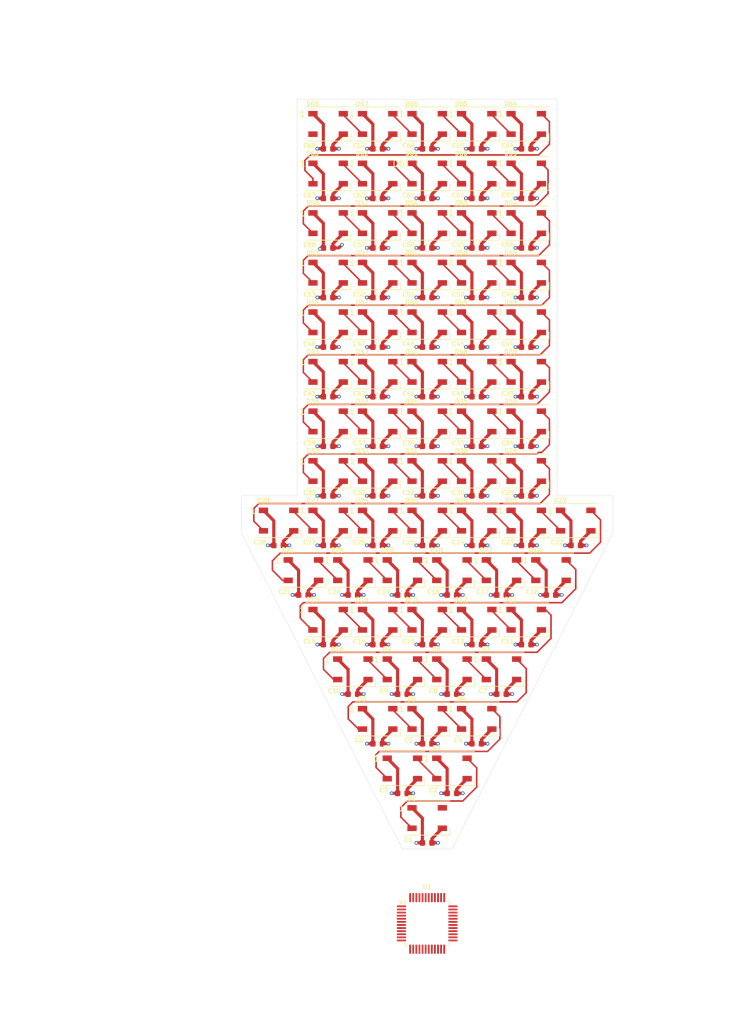
<source format=kicad_pcb>
(kicad_pcb (version 20240108) (generator "pcbnew") (generator_version "8.0")
  (layers (0 "F.Cu" signal) (1 "In1.Cu" signal) (2 "In2.Cu" signal) (31 "B.Cu" signal) (34 "B.Paste" user) (35 "F.Paste" user) (36 "B.SilkS" user "B.Silkscreen") (37 "F.SilkS" user "F.Silkscreen") (38 "B.Mask" user) (39 "F.Mask" user) (44 "Edge.Cuts" user))
  (net 0 "")
  (net 1 "+5V")
  (net 2 "GND")
  (net 3 "/leds/ws2812_1/DOUT")
  (net 4 "/leds/ws2812_2/DOUT")
  (net 5 "/leds/ws2812_3/DOUT")
  (net 6 "/leds/ws2812_4/DOUT")
  (net 7 "/leds/ws2812_5/DOUT")
  (net 8 "/leds/ws2812_6/DOUT")
  (net 9 "/leds/ws2812_7/DOUT")
  (net 10 "/leds/ws2812_8/DOUT")
  (net 11 "/leds/ws2812_10/DIN")
  (net 12 "/leds/ws2812_10/DOUT")
  (net 13 "/leds/ws2812_11/DOUT")
  (net 14 "/leds/ws2812_12/DOUT")
  (net 15 "/leds/ws2812_13/DOUT")
  (net 16 "/leds/ws2812_14/DOUT")
  (net 17 "/leds/ws2812_15/DOUT")
  (net 18 "/leds/ws2812_16/DOUT")
  (net 19 "/leds/ws2812_17/DOUT")
  (net 20 "/leds/ws2812_18/DOUT")
  (net 21 "/leds/ws2812_19/DOUT")
  (net 22 "/leds/ws2812_20/DOUT")
  (net 23 "/leds/ws2812_21/DOUT")
  (net 24 "/leds/ws2812_22/DOUT")
  (net 25 "/leds/ws2812_23/DOUT")
  (net 26 "/leds/ws2812_24/DOUT")
  (net 27 "/leds/ws2812_25/DOUT")
  (net 28 "/leds/ws2812_26/DOUT")
  (net 29 "/leds/ws2812_27/DOUT")
  (net 30 "/leds/ws2812_28/DOUT")
  (net 31 "/leds/ws2812_29/DOUT")
  (net 32 "/leds/ws2812_30/DOUT")
  (net 33 "/leds/ws2812_31/DOUT")
  (net 34 "/leds/ws2812_32/DOUT")
  (net 35 "/leds/ws2812_33/DOUT")
  (net 36 "/leds/ws2812_34/DOUT")
  (net 37 "/leds/ws2812_35/DOUT")
  (net 38 "/leds/ws2812_36/DOUT")
  (net 39 "/leds/ws2812_37/DOUT")
  (net 40 "/leds/ws2812_38/DOUT")
  (net 41 "/leds/ws2812_39/DOUT")
  (net 42 "/leds/ws2812_40/DOUT")
  (net 43 "/leds/ws2812_41/DOUT")
  (net 44 "/leds/ws2812_42/DOUT")
  (net 45 "/leds/ws2812_43/DOUT")
  (net 46 "/leds/ws2812_44/DOUT")
  (net 47 "/leds/ws2812_45/DOUT")
  (net 48 "/leds/ws2812_46/DOUT")
  (net 49 "/leds/ws2812_47/DOUT")
  (net 50 "/leds/ws2812_48/DOUT")
  (net 51 "/leds/ws2812_49/DOUT")
  (net 52 "/leds/ws2812_50/DOUT")
  (net 53 "/leds/ws2812_51/DOUT")
  (net 54 "/leds/ws2812_52/DOUT")
  (net 55 "/leds/ws2812_53/DOUT")
  (net 56 "/leds/ws2812_54/DOUT")
  (net 57 "/leds/ws2812_55/DOUT")
  (net 58 "/leds/ws2812_56/DOUT")
  (net 59 "/leds/ws2812_57/DOUT")
  (net 60 "/leds/ws2812_58/DOUT")
  (net 61 "/leds/ws2812_59/DOUT")
  (net 62 "/leds/ws2812_60/DOUT")
  (net 63 "/leds/ws2812_61/DOUT")
  (net 64 "/leds/ws2812_62/DOUT")
  (net 65 "/leds/ws2812_63/DOUT")
  (net 66 "/leds/ws2812_64/DOUT")
  (net 67 "/leds/ws2812_65/DOUT")
  (net 68 "/leds/ws2812_66/DOUT")
  (net 69 "/leds/ws2812_67/DOUT")
  (net 70 "/leds/DIN")
  (net 71 "/leds/DOUT")
  (net 84 "Net-(U1-VSS-Pad23)")
  (footprint "Capacitor_SMD:C_0603_1608Metric" (layer "F.Cu") (at 114 66)
    (property "Reference" "C53")
    (property "Value" "100n")
  )
  (footprint "Capacitor_SMD:C_0603_1608Metric" (layer "F.Cu") (at 122 98)
    (property "Reference" "C32")
    (property "Value" "100n")
  )
  (footprint "Capacitor_SMD:C_0603_1608Metric" (layer "F.Cu") (at 118 130)
    (property "Reference" "C10")
    (property "Value" "100n")
  )
  (footprint "LED_SMD:LED_WS2812B_PLCC4_5.0x5.0mm_P3.2mm" (layer "F.Cu") (at 130 38)
    (property "Reference" "D66")
    (property "Value" "WS2812B-2020")
  )
  (footprint "Capacitor_SMD:C_0603_1608Metric" (layer "F.Cu") (at 150 114)
    (property "Reference" "C16")
    (property "Value" "100n")
  )
  (footprint "LED_SMD:LED_WS2812B_PLCC4_5.0x5.0mm_P3.2mm" (layer "F.Cu") (at 114 62)
    (property "Reference" "D53")
    (property "Value" "WS2812B-2020")
  )
  (footprint "LED_SMD:LED_WS2812B_PLCC4_5.0x5.0mm_P3.2mm" (layer "F.Cu") (at 142 126)
    (property "Reference" "D7")
    (property "Value" "WS2812B-2020")
  )
  (footprint "LED_SMD:LED_WS2812B_PLCC4_5.0x5.0mm_P3.2mm" (layer "F.Cu") (at 122 86)
    (property "Reference" "D37")
    (property "Value" "WS2812B-2020")
  )
  (footprint "LED_SMD:LED_WS2812B_PLCC4_5.0x5.0mm_P3.2mm" (layer "F.Cu") (at 138 54)
    (property "Reference" "D55")
    (property "Value" "WS2812B-2020")
  )
  (footprint "Capacitor_SMD:C_0603_1608Metric" (layer "F.Cu") (at 138 106)
    (property "Reference" "C24")
    (property "Value" "100n")
  )
  (footprint "LED_SMD:LED_WS2812B_PLCC4_5.0x5.0mm_P3.2mm" (layer "F.Cu") (at 146 46)
    (property "Reference" "D59")
    (property "Value" "WS2812B-2020")
  )
  (footprint "LED_SMD:LED_WS2812B_PLCC4_5.0x5.0mm_P3.2mm" (layer "F.Cu") (at 146 70)
    (property "Reference" "D44")
    (property "Value" "WS2812B-2020")
  )
  (footprint "LED_SMD:LED_WS2812B_PLCC4_5.0x5.0mm_P3.2mm" (layer "F.Cu") (at 122 102)
    (property "Reference" "D26")
    (property "Value" "WS2812B-2020")
  )
  (footprint "Capacitor_SMD:C_0603_1608Metric" (layer "F.Cu") (at 130 66)
    (property "Reference" "C51")
    (property "Value" "100n")
  )
  (footprint "LED_SMD:LED_WS2812B_PLCC4_5.0x5.0mm_P3.2mm" (layer "F.Cu") (at 110 110)
    (property "Reference" "D21")
    (property "Value" "WS2812B-2020")
  )
  (footprint "LED_SMD:LED_WS2812B_PLCC4_5.0x5.0mm_P3.2mm" (layer "F.Cu") (at 122 54)
    (property "Reference" "D57")
    (property "Value" "WS2812B-2020")
  )
  (footprint "LED_SMD:LED_WS2812B_PLCC4_5.0x5.0mm_P3.2mm" (layer "F.Cu") (at 114 46)
    (property "Reference" "D63")
    (property "Value" "WS2812B-2020")
  )
  (footprint "LED_SMD:LED_WS2812B_PLCC4_5.0x5.0mm_P3.2mm" (layer "F.Cu") (at 142 110)
    (property "Reference" "D17")
    (property "Value" "WS2812B-2020")
  )
  (footprint "Capacitor_SMD:C_0603_1608Metric" (layer "F.Cu") (at 130 42)
    (property "Reference" "C66")
    (property "Value" "100n")
  )
  (footprint "Capacitor_SMD:C_0603_1608Metric" (layer "F.Cu") (at 130 82)
    (property "Reference" "C41")
    (property "Value" "100n")
  )
  (footprint "Capacitor_SMD:C_0603_1608Metric" (layer "F.Cu") (at 126 146)
    (property "Reference" "C3")
    (property "Value" "100n")
  )
  (footprint "Capacitor_SMD:C_0603_1608Metric" (layer "F.Cu") (at 142 130)
    (property "Reference" "C7")
    (property "Value" "100n")
  )
  (footprint "Capacitor_SMD:C_0603_1608Metric" (layer "F.Cu") (at 114 106)
    (property "Reference" "C27")
    (property "Value" "100n")
  )
  (footprint "LED_SMD:LED_WS2812B_PLCC4_5.0x5.0mm_P3.2mm" (layer "F.Cu") (at 130 134)
    (property "Reference" "D5")
    (property "Value" "WS2812B-2020")
  )
  (footprint "LED_SMD:LED_WS2812B_PLCC4_5.0x5.0mm_P3.2mm" (layer "F.Cu") (at 114 38)
    (property "Reference" "D68")
    (property "Value" "WS2812B-2020")
  )
  (footprint "Capacitor_SMD:C_0603_1608Metric" (layer "F.Cu") (at 130 138)
    (property "Reference" "C5")
    (property "Value" "100n")
  )
  (footprint "Capacitor_SMD:C_0603_1608Metric" (layer "F.Cu") (at 114 98)
    (property "Reference" "C33")
    (property "Value" "100n")
  )
  (footprint "LED_SMD:LED_WS2812B_PLCC4_5.0x5.0mm_P3.2mm" (layer "F.Cu") (at 130 94)
    (property "Reference" "D31")
    (property "Value" "WS2812B-2020")
  )
  (footprint "Capacitor_SMD:C_0603_1608Metric" (layer "F.Cu") (at 130 122)
    (property "Reference" "C13")
    (property "Value" "100n")
  )
  (footprint "LED_SMD:LED_WS2812B_PLCC4_5.0x5.0mm_P3.2mm" (layer "F.Cu") (at 114 94)
    (property "Reference" "D33")
    (property "Value" "WS2812B-2020")
  )
  (footprint "Capacitor_SMD:C_0603_1608Metric" (layer "F.Cu") (at 122 50)
    (property "Reference" "C62")
    (property "Value" "100n")
  )
  (footprint "LED_SMD:LED_WS2812B_PLCC4_5.0x5.0mm_P3.2mm" (layer "F.Cu") (at 146 118)
    (property "Reference" "D11")
    (property "Value" "WS2812B-2020")
  )
  (footprint "Capacitor_SMD:C_0603_1608Metric" (layer "F.Cu") (at 146 98)
    (property "Reference" "C29")
    (property "Value" "100n")
  )
  (footprint "LED_SMD:LED_WS2812B_PLCC4_5.0x5.0mm_P3.2mm" (layer "F.Cu") (at 114 70)
    (property "Reference" "D48")
    (property "Value" "WS2812B-2020")
  )
  (footprint "Capacitor_SMD:C_0603_1608Metric" (layer "F.Cu") (at 122 74)
    (property "Reference" "C47")
    (property "Value" "100n")
  )
  (footprint "Capacitor_SMD:C_0603_1608Metric" (layer "F.Cu") (at 138 82)
    (property "Reference" "C40")
    (property "Value" "100n")
  )
  (footprint "LED_SMD:LED_WS2812B_PLCC4_5.0x5.0mm_P3.2mm" (layer "F.Cu") (at 150 110)
    (property "Reference" "D16")
    (property "Value" "WS2812B-2020")
  )
  (footprint "Capacitor_SMD:C_0603_1608Metric" (layer "F.Cu") (at 114 90)
    (property "Reference" "C38")
    (property "Value" "100n")
  )
  (footprint "LED_SMD:LED_WS2812B_PLCC4_5.0x5.0mm_P3.2mm" (layer "F.Cu") (at 126 110)
    (property "Reference" "D19")
    (property "Value" "WS2812B-2020")
  )
  (footprint "LED_SMD:LED_WS2812B_PLCC4_5.0x5.0mm_P3.2mm" (layer "F.Cu") (at 130 70)
    (property "Reference" "D46")
    (property "Value" "WS2812B-2020")
  )
  (footprint "LED_SMD:LED_WS2812B_PLCC4_5.0x5.0mm_P3.2mm" (layer "F.Cu") (at 146 94)
    (property "Reference" "D29")
    (property "Value" "WS2812B-2020")
  )
  (footprint "LED_SMD:LED_WS2812B_PLCC4_5.0x5.0mm_P3.2mm" (layer "F.Cu") (at 122 78)
    (property "Reference" "D42")
    (property "Value" "WS2812B-2020")
  )
  (footprint "LED_SMD:LED_WS2812B_PLCC4_5.0x5.0mm_P3.2mm" (layer "F.Cu") (at 122 38)
    (property "Reference" "D67")
    (property "Value" "WS2812B-2020")
  )
  (footprint "LED_SMD:LED_WS2812B_PLCC4_5.0x5.0mm_P3.2mm" (layer "F.Cu") (at 114 86)
    (property "Reference" "D38")
    (property "Value" "WS2812B-2020")
  )
  (footprint "Capacitor_SMD:C_0603_1608Metric" (layer "F.Cu") (at 130 106)
    (property "Reference" "C25")
    (property "Value" "100n")
  )
  (footprint "Capacitor_SMD:C_0603_1608Metric" (layer "F.Cu") (at 138 74)
    (property "Reference" "C45")
    (property "Value" "100n")
  )
  (footprint "Capacitor_SMD:C_0603_1608Metric" (layer "F.Cu") (at 122 42)
    (property "Reference" "C67")
    (property "Value" "100n")
  )
  (footprint "Capacitor_SMD:C_0603_1608Metric" (layer "F.Cu") (at 114 50)
    (property "Reference" "C63")
    (property "Value" "100n")
  )
  (footprint "LED_SMD:LED_WS2812B_PLCC4_5.0x5.0mm_P3.2mm" (layer "F.Cu") (at 138 134)
    (property "Reference" "D4")
    (property "Value" "WS2812B-2020")
  )
  (footprint "Capacitor_SMD:C_0603_1608Metric" (layer "F.Cu") (at 142 114)
    (property "Reference" "C17")
    (property "Value" "100n")
  )
  (footprint "Capacitor_SMD:C_0603_1608Metric" (layer "F.Cu") (at 130 90)
    (property "Reference" "C36")
    (property "Value" "100n")
  )
  (footprint "Capacitor_SMD:C_0603_1608Metric" (layer "F.Cu") (at 146 50)
    (property "Reference" "C59")
    (property "Value" "100n")
  )
  (footprint "LED_SMD:LED_WS2812B_PLCC4_5.0x5.0mm_P3.2mm" (layer "F.Cu") (at 146 54)
    (property "Reference" "D54")
    (property "Value" "WS2812B-2020")
  )
  (footprint "LED_SMD:LED_WS2812B_PLCC4_5.0x5.0mm_P3.2mm" (layer "F.Cu") (at 130 102)
    (property "Reference" "D25")
    (property "Value" "WS2812B-2020")
  )
  (footprint "Capacitor_SMD:C_0603_1608Metric" (layer "F.Cu") (at 138 122)
    (property "Reference" "C12")
    (property "Value" "100n")
  )
  (footprint "Capacitor_SMD:C_0603_1608Metric" (layer "F.Cu") (at 138 42)
    (property "Reference" "C65")
    (property "Value" "100n")
  )
  (footprint "Capacitor_SMD:C_0603_1608Metric" (layer "F.Cu") (at 114 42)
    (property "Reference" "C68")
    (property "Value" "100n")
  )
  (footprint "Capacitor_SMD:C_0603_1608Metric" (layer "F.Cu") (at 126 114)
    (property "Reference" "C19")
    (property "Value" "100n")
  )
  (footprint "LED_SMD:LED_WS2812B_PLCC4_5.0x5.0mm_P3.2mm" (layer "F.Cu") (at 130 54)
    (property "Reference" "D56")
    (property "Value" "WS2812B-2020")
  )
  (footprint "LED_SMD:LED_WS2812B_PLCC4_5.0x5.0mm_P3.2mm" (layer "F.Cu") (at 122 94)
    (property "Reference" "D32")
    (property "Value" "WS2812B-2020")
  )
  (footprint "Capacitor_SMD:C_0603_1608Metric" (layer "F.Cu") (at 114 58)
    (property "Reference" "C58")
    (property "Value" "100n")
  )
  (footprint "LED_SMD:LED_WS2812B_PLCC4_5.0x5.0mm_P3.2mm" (layer "F.Cu") (at 114 102)
    (property "Reference" "D27")
    (property "Value" "WS2812B-2020")
  )
  (footprint "Capacitor_SMD:C_0603_1608Metric" (layer "F.Cu") (at 146 58)
    (property "Reference" "C54")
    (property "Value" "100n")
  )
  (footprint "Capacitor_SMD:C_0603_1608Metric" (layer "F.Cu") (at 130 74)
    (property "Reference" "C46")
    (property "Value" "100n")
  )
  (footprint "Capacitor_SMD:C_0603_1608Metric" (layer "F.Cu") (at 122 58)
    (property "Reference" "C57")
    (property "Value" "100n")
  )
  (footprint "Capacitor_SMD:C_0603_1608Metric" (layer "F.Cu") (at 118 114)
    (property "Reference" "C20")
    (property "Value" "100n")
  )
  (footprint "LED_SMD:LED_WS2812B_PLCC4_5.0x5.0mm_P3.2mm" (layer "F.Cu") (at 134 126)
    (property "Reference" "D8")
    (property "Value" "WS2812B-2020")
  )
  (footprint "LED_SMD:LED_WS2812B_PLCC4_5.0x5.0mm_P3.2mm" (layer "F.Cu") (at 130 118)
    (property "Reference" "D13")
    (property "Value" "WS2812B-2020")
  )
  (footprint "Capacitor_SMD:C_0603_1608Metric" (layer "F.Cu") (at 130 154)
    (property "Reference" "C1")
    (property "Value" "100n")
  )
  (footprint "LED_SMD:LED_WS2812B_PLCC4_5.0x5.0mm_P3.2mm" (layer "F.Cu") (at 106 102)
    (property "Reference" "D28")
    (property "Value" "WS2812B-2020")
  )
  (footprint "Capacitor_SMD:C_0603_1608Metric" (layer "F.Cu") (at 122 138)
    (property "Reference" "C6")
    (property "Value" "100n")
  )
  (footprint "LED_SMD:LED_WS2812B_PLCC4_5.0x5.0mm_P3.2mm" (layer "F.Cu") (at 130 150)
    (property "Reference" "D1")
    (property "Value" "WS2812B-2020")
  )
  (footprint "LED_SMD:LED_WS2812B_PLCC4_5.0x5.0mm_P3.2mm" (layer "F.Cu") (at 146 86)
    (property "Reference" "D34")
    (property "Value" "WS2812B-2020")
  )
  (footprint "LED_SMD:LED_WS2812B_PLCC4_5.0x5.0mm_P3.2mm" (layer "F.Cu") (at 154 102)
    (property "Reference" "D22")
    (property "Value" "WS2812B-2020")
  )
  (footprint "LED_SMD:LED_WS2812B_PLCC4_5.0x5.0mm_P3.2mm" (layer "F.Cu") (at 118 110)
    (property "Reference" "D20")
    (property "Value" "WS2812B-2020")
  )
  (footprint "LED_SMD:LED_WS2812B_PLCC4_5.0x5.0mm_P3.2mm" (layer "F.Cu") (at 130 86)
    (property "Reference" "D36")
    (property "Value" "WS2812B-2020")
  )
  (footprint "Capacitor_SMD:C_0603_1608Metric" (layer "F.Cu") (at 146 122)
    (property "Reference" "C11")
    (property "Value" "100n")
  )
  (footprint "LED_SMD:LED_WS2812B_PLCC4_5.0x5.0mm_P3.2mm" (layer "F.Cu") (at 126 126)
    (property "Reference" "D9")
    (property "Value" "WS2812B-2020")
  )
  (footprint "Capacitor_SMD:C_0603_1608Metric" (layer "F.Cu") (at 146 74)
    (property "Reference" "C44")
    (property "Value" "100n")
  )
  (footprint "Capacitor_SMD:C_0603_1608Metric" (layer "F.Cu") (at 138 98)
    (property "Reference" "C30")
    (property "Value" "100n")
  )
  (footprint "Capacitor_SMD:C_0603_1608Metric" (layer "F.Cu") (at 122 82)
    (property "Reference" "C42")
    (property "Value" "100n")
  )
  (footprint "Capacitor_SMD:C_0603_1608Metric" (layer "F.Cu") (at 126 130)
    (property "Reference" "C9")
    (property "Value" "100n")
  )
  (footprint "Capacitor_SMD:C_0603_1608Metric" (layer "F.Cu") (at 138 58)
    (property "Reference" "C55")
    (property "Value" "100n")
  )
  (footprint "LED_SMD:LED_WS2812B_PLCC4_5.0x5.0mm_P3.2mm" (layer "F.Cu") (at 138 38)
    (property "Reference" "D65")
    (property "Value" "WS2812B-2020")
  )
  (footprint "LED_SMD:LED_WS2812B_PLCC4_5.0x5.0mm_P3.2mm" (layer "F.Cu") (at 130 78)
    (property "Reference" "D41")
    (property "Value" "WS2812B-2020")
  )
  (footprint "Capacitor_SMD:C_0603_1608Metric" (layer "F.Cu") (at 134 146)
    (property "Reference" "C2")
    (property "Value" "100n")
  )
  (footprint "LED_SMD:LED_WS2812B_PLCC4_5.0x5.0mm_P3.2mm" (layer "F.Cu") (at 134 110)
    (property "Reference" "D18")
    (property "Value" "WS2812B-2020")
  )
  (footprint "LED_SMD:LED_WS2812B_PLCC4_5.0x5.0mm_P3.2mm" (layer "F.Cu") (at 146 62)
    (property "Reference" "D49")
    (property "Value" "WS2812B-2020")
  )
  (footprint "LED_SMD:LED_WS2812B_PLCC4_5.0x5.0mm_P3.2mm" (layer "F.Cu") (at 138 70)
    (property "Reference" "D45")
    (property "Value" "WS2812B-2020")
  )
  (footprint "LED_SMD:LED_WS2812B_PLCC4_5.0x5.0mm_P3.2mm" (layer "F.Cu") (at 122 118)
    (property "Reference" "D14")
    (property "Value" "WS2812B-2020")
  )
  (footprint "Capacitor_SMD:C_0603_1608Metric" (layer "F.Cu") (at 122 90)
    (property "Reference" "C37")
    (property "Value" "100n")
  )
  (footprint "LED_SMD:LED_WS2812B_PLCC4_5.0x5.0mm_P3.2mm" (layer "F.Cu") (at 146 38)
    (property "Reference" "D64")
    (property "Value" "WS2812B-2020")
  )
  (footprint "Capacitor_SMD:C_0603_1608Metric" (layer "F.Cu") (at 146 106)
    (property "Reference" "C23")
    (property "Value" "100n")
  )
  (footprint "LED_SMD:LED_WS2812B_PLCC4_5.0x5.0mm_P3.2mm" (layer "F.Cu") (at 146 102)
    (property "Reference" "D23")
    (property "Value" "WS2812B-2020")
  )
  (footprint "Package_QFP:LQFP-48_7x7mm_P0.5mm" (layer "F.Cu") (at 130 167)
    (property "Reference" "U1")
    (property "Value" "STM32F030C6Tx")
  )
  (footprint "LED_SMD:LED_WS2812B_PLCC4_5.0x5.0mm_P3.2mm" (layer "F.Cu") (at 122 62)
    (property "Reference" "D52")
    (property "Value" "WS2812B-2020")
  )
  (footprint "Capacitor_SMD:C_0603_1608Metric" (layer "F.Cu") (at 122 122)
    (property "Reference" "C14")
    (property "Value" "100n")
  )
  (footprint "Capacitor_SMD:C_0603_1608Metric" (layer "F.Cu") (at 110 114)
    (property "Reference" "C21")
    (property "Value" "100n")
  )
  (footprint "Capacitor_SMD:C_0603_1608Metric" (layer "F.Cu") (at 122 66)
    (property "Reference" "C52")
    (property "Value" "100n")
  )
  (footprint "LED_SMD:LED_WS2812B_PLCC4_5.0x5.0mm_P3.2mm" (layer "F.Cu") (at 122 46)
    (property "Reference" "D62")
    (property "Value" "WS2812B-2020")
  )
  (footprint "LED_SMD:LED_WS2812B_PLCC4_5.0x5.0mm_P3.2mm" (layer "F.Cu") (at 126 142)
    (property "Reference" "D3")
    (property "Value" "WS2812B-2020")
  )
  (footprint "LED_SMD:LED_WS2812B_PLCC4_5.0x5.0mm_P3.2mm" (layer "F.Cu") (at 138 46)
    (property "Reference" "D60")
    (property "Value" "WS2812B-2020")
  )
  (footprint "Capacitor_SMD:C_0603_1608Metric" (layer "F.Cu") (at 130 50)
    (property "Reference" "C61")
    (property "Value" "100n")
  )
  (footprint "Capacitor_SMD:C_0603_1608Metric" (layer "F.Cu") (at 146 90)
    (property "Reference" "C34")
    (property "Value" "100n")
  )
  (footprint "Capacitor_SMD:C_0603_1608Metric" (layer "F.Cu") (at 138 66)
    (property "Reference" "C50")
    (property "Value" "100n")
  )
  (footprint "Capacitor_SMD:C_0603_1608Metric" (layer "F.Cu") (at 146 82)
    (property "Reference" "C39")
    (property "Value" "100n")
  )
  (footprint "LED_SMD:LED_WS2812B_PLCC4_5.0x5.0mm_P3.2mm" (layer "F.Cu") (at 138 118)
    (property "Reference" "D12")
    (property "Value" "WS2812B-2020")
  )
  (footprint "LED_SMD:LED_WS2812B_PLCC4_5.0x5.0mm_P3.2mm" (layer "F.Cu") (at 114 78)
    (property "Reference" "D43")
    (property "Value" "WS2812B-2020")
  )
  (footprint "Capacitor_SMD:C_0603_1608Metric" (layer "F.Cu") (at 130 58)
    (property "Reference" "C56")
    (property "Value" "100n")
  )
  (footprint "LED_SMD:LED_WS2812B_PLCC4_5.0x5.0mm_P3.2mm" (layer "F.Cu") (at 114 118)
    (property "Reference" "D15")
    (property "Value" "WS2812B-2020")
  )
  (footprint "LED_SMD:LED_WS2812B_PLCC4_5.0x5.0mm_P3.2mm" (layer "F.Cu") (at 138 94)
    (property "Reference" "D30")
    (property "Value" "WS2812B-2020")
  )
  (footprint "LED_SMD:LED_WS2812B_PLCC4_5.0x5.0mm_P3.2mm" (layer "F.Cu") (at 138 102)
    (property "Reference" "D24")
    (property "Value" "WS2812B-2020")
  )
  (footprint "LED_SMD:LED_WS2812B_PLCC4_5.0x5.0mm_P3.2mm" (layer "F.Cu") (at 130 62)
    (property "Reference" "D51")
    (property "Value" "WS2812B-2020")
  )
  (footprint "Capacitor_SMD:C_0603_1608Metric" (layer "F.Cu") (at 106 106)
    (property "Reference" "C28")
    (property "Value" "100n")
  )
  (footprint "LED_SMD:LED_WS2812B_PLCC4_5.0x5.0mm_P3.2mm" (layer "F.Cu") (at 118 126)
    (property "Reference" "D10")
    (property "Value" "WS2812B-2020")
  )
  (footprint "Capacitor_SMD:C_0603_1608Metric" (layer "F.Cu") (at 114 74)
    (property "Reference" "C48")
    (property "Value" "100n")
  )
  (footprint "LED_SMD:LED_WS2812B_PLCC4_5.0x5.0mm_P3.2mm" (layer "F.Cu") (at 114 54)
    (property "Reference" "D58")
    (property "Value" "WS2812B-2020")
  )
  (footprint "LED_SMD:LED_WS2812B_PLCC4_5.0x5.0mm_P3.2mm" (layer "F.Cu") (at 138 86)
    (property "Reference" "D35")
    (property "Value" "WS2812B-2020")
  )
  (footprint "Capacitor_SMD:C_0603_1608Metric" (layer "F.Cu") (at 114 122)
    (property "Reference" "C15")
    (property "Value" "100n")
  )
  (footprint "LED_SMD:LED_WS2812B_PLCC4_5.0x5.0mm_P3.2mm" (layer "F.Cu") (at 134 142)
    (property "Reference" "D2")
    (property "Value" "WS2812B-2020")
  )
  (footprint "Capacitor_SMD:C_0603_1608Metric" (layer "F.Cu") (at 138 50)
    (property "Reference" "C60")
    (property "Value" "100n")
  )
  (footprint "LED_SMD:LED_WS2812B_PLCC4_5.0x5.0mm_P3.2mm" (layer "F.Cu") (at 146 78)
    (property "Reference" "D39")
    (property "Value" "WS2812B-2020")
  )
  (footprint "LED_SMD:LED_WS2812B_PLCC4_5.0x5.0mm_P3.2mm" (layer "F.Cu") (at 138 62)
    (property "Reference" "D50")
    (property "Value" "WS2812B-2020")
  )
  (footprint "Capacitor_SMD:C_0603_1608Metric" (layer "F.Cu") (at 138 138)
    (property "Reference" "C4")
    (property "Value" "100n")
  )
  (footprint "Capacitor_SMD:C_0603_1608Metric" (layer "F.Cu") (at 146 42)
    (property "Reference" "C64")
    (property "Value" "100n")
  )
  (footprint "Capacitor_SMD:C_0603_1608Metric" (layer "F.Cu") (at 134 114)
    (property "Reference" "C18")
    (property "Value" "100n")
  )
  (footprint "LED_SMD:LED_WS2812B_PLCC4_5.0x5.0mm_P3.2mm" (layer "F.Cu") (at 122 134)
    (property "Reference" "D6")
    (property "Value" "WS2812B-2020")
  )
  (footprint "Capacitor_SMD:C_0603_1608Metric" (layer "F.Cu") (at 154 106)
    (property "Reference" "C22")
    (property "Value" "100n")
  )
  (footprint "Capacitor_SMD:C_0603_1608Metric" (layer "F.Cu") (at 130 98)
    (property "Reference" "C31")
    (property "Value" "100n")
  )
  (footprint "Capacitor_SMD:C_0603_1608Metric" (layer "F.Cu") (at 134 130)
    (property "Reference" "C8")
    (property "Value" "100n")
  )
  (footprint "LED_SMD:LED_WS2812B_PLCC4_5.0x5.0mm_P3.2mm" (layer "F.Cu") (at 138 78)
    (property "Reference" "D40")
    (property "Value" "WS2812B-2020")
  )
  (footprint "LED_SMD:LED_WS2812B_PLCC4_5.0x5.0mm_P3.2mm" (layer "F.Cu") (at 130 46)
    (property "Reference" "D61")
    (property "Value" "WS2812B-2020")
  )
  (footprint "Capacitor_SMD:C_0603_1608Metric" (layer "F.Cu") (at 138 90)
    (property "Reference" "C35")
    (property "Value" "100n")
  )
  (footprint "Capacitor_SMD:C_0603_1608Metric" (layer "F.Cu") (at 122 106)
    (property "Reference" "C26")
    (property "Value" "100n")
  )
  (footprint "Capacitor_SMD:C_0603_1608Metric" (layer "F.Cu") (at 114 82)
    (property "Reference" "C43")
    (property "Value" "100n")
  )
  (footprint "LED_SMD:LED_WS2812B_PLCC4_5.0x5.0mm_P3.2mm" (layer "F.Cu") (at 122 70)
    (property "Reference" "D47")
    (property "Value" "WS2812B-2020")
  )
  (footprint "Capacitor_SMD:C_0603_1608Metric" (layer "F.Cu") (at 146 66)
    (property "Reference" "C49")
    (property "Value" "100n")
  )
  (gr_line (start 109 34) (end 109 98) (stroke (width 0.05)) (layer "Edge.Cuts"))
  (gr_line (start 151 34) (end 109 34) (stroke (width 0.05)) (layer "Edge.Cuts"))
  (gr_line (start 109 98) (end 100 98) (stroke (width 0.05)) (layer "Edge.Cuts"))
  (gr_line (start 151 98) (end 151 34) (stroke (width 0.05)) (layer "Edge.Cuts"))
  (gr_line (start 134 155) (end 160 104) (stroke (width 0.05)) (layer "Edge.Cuts"))
  (gr_line (start 160 104) (end 160 98) (stroke (width 0.05)) (layer "Edge.Cuts"))
  (gr_line (start 100 104) (end 126 155) (stroke (width 0.05)) (layer "Edge.Cuts"))
  (gr_line (start 160 98) (end 151 98) (stroke (width 0.05)) (layer "Edge.Cuts"))
  (gr_line (start 126 155) (end 134 155) (stroke (width 0.05)) (layer "Edge.Cuts"))
  (gr_line (start 100 98) (end 100 104) (stroke (width 0.05)) (layer "Edge.Cuts"))
  (segment (start 141.225 126.025) (end 139.55 124.35) (width 0.508) (layer "F.Cu") (net 1))
  (segment (start 137.225 74) (end 137.225 70.025) (width 0.508) (layer "F.Cu") (net 1))
  (segment (start 129.225 74) (end 129.225 70.025) (width 0.508) (layer "F.Cu") (net 1))
  (segment (start 137.225 58) (end 136.25 58) (width 0.508) (layer "F.Cu") (net 1))
  (segment (start 149.225 110.025) (end 147.55 108.35) (width 0.508) (layer "F.Cu") (net 1))
  (segment (start 121.225 122) (end 120.25 122) (width 0.508) (layer "F.Cu") (net 1))
  (segment (start 113.225 58) (end 113.225 54.025) (width 0.508) (layer "F.Cu") (net 1))
  (segment (start 137.225 58) (end 137.225 54.025) (width 0.508) (layer "F.Cu") (net 1))
  (segment (start 129.225 46.025) (end 127.55 44.35) (width 0.508) (layer "F.Cu") (net 1))
  (segment (start 129.225 66) (end 128.25 66) (width 0.508) (layer "F.Cu") (net 1))
  (segment (start 109.225 114) (end 109.225 110.025) (width 0.508) (layer "F.Cu") (net 1))
  (segment (start 117.225 110.025) (end 115.55 108.35) (width 0.508) (layer "F.Cu") (net 1))
  (segment (start 121.225 82) (end 121.225 78.025) (width 0.508) (layer "F.Cu") (net 1))
  (segment (start 129.225 150.025) (end 127.55 148.35) (width 0.508) (layer "F.Cu") (net 1))
  (segment (start 113.225 70.025) (end 111.55 68.35) (width 0.508) (layer "F.Cu") (net 1))
  (segment (start 133.225 142.025) (end 131.55 140.35) (width 0.508) (layer "F.Cu") (net 1))
  (segment (start 145.225 62.025) (end 143.55 60.35) (width 0.508) (layer "F.Cu") (net 1))
  (segment (start 113.225 42) (end 113.225 38.025) (width 0.508) (layer "F.Cu") (net 1))
  (segment (start 145.225 82) (end 145.225 78.025) (width 0.508) (layer "F.Cu") (net 1))
  (segment (start 133.225 114) (end 133.225 110.025) (width 0.508) (layer "F.Cu") (net 1))
  (segment (start 121.225 106) (end 120.25 106) (width 0.508) (layer "F.Cu") (net 1))
  (segment (start 129.225 58) (end 128.25 58) (width 0.508) (layer "F.Cu") (net 1))
  (segment (start 113.225 118.025) (end 111.55 116.35) (width 0.508) (layer "F.Cu") (net 1))
  (segment (start 129.225 50) (end 128.25 50) (width 0.508) (layer "F.Cu") (net 1))
  (segment (start 129.225 154) (end 128.25 154) (width 0.508) (layer "F.Cu") (net 1))
  (segment (start 137.225 42) (end 136.25 42) (width 0.508) (layer "F.Cu") (net 1))
  (segment (start 121.225 70.025) (end 119.55 68.35) (width 0.508) (layer "F.Cu") (net 1))
  (segment (start 121.225 90) (end 120.25 90) (width 0.508) (layer "F.Cu") (net 1))
  (segment (start 121.225 42) (end 121.225 38.025) (width 0.508) (layer "F.Cu") (net 1))
  (segment (start 137.225 42) (end 137.225 38.025) (width 0.508) (layer "F.Cu") (net 1))
  (segment (start 125.225 114) (end 124.25 114) (width 0.508) (layer "F.Cu") (net 1))
  (segment (start 137.225 90) (end 136.25 90) (width 0.508) (layer "F.Cu") (net 1))
  (segment (start 105.225 106) (end 105.225 102.025) (width 0.508) (layer "F.Cu") (net 1))
  (segment (start 145.225 66) (end 145.225 62.025) (width 0.508) (layer "F.Cu") (net 1))
  (segment (start 117.225 130) (end 116.25 130) (width 0.508) (layer "F.Cu") (net 1))
  (segment (start 105.225 102.025) (end 103.55 100.35) (width 0.508) (layer "F.Cu") (net 1))
  (segment (start 129.225 98) (end 129.225 94.025) (width 0.508) (layer "F.Cu") (net 1))
  (segment (start 145.225 86.025) (end 143.55 84.35) (width 0.508) (layer "F.Cu") (net 1))
  (segment (start 133.225 146) (end 133.225 142.025) (width 0.508) (layer "F.Cu") (net 1))
  (segment (start 145.225 58) (end 145.225 54.025) (width 0.508) (layer "F.Cu") (net 1))
  (segment (start 121.225 42) (end 120.25 42) (width 0.508) (layer "F.Cu") (net 1))
  (segment (start 145.225 90) (end 144.25 90) (width 0.508) (layer "F.Cu") (net 1))
  (segment (start 137.225 82) (end 137.225 78.025) (width 0.508) (layer "F.Cu") (net 1))
  (segment (start 129.225 106) (end 129.225 102.025) (width 0.508) (layer "F.Cu") (net 1))
  (segment (start 145.225 46.025) (end 143.55 44.35) (width 0.508) (layer "F.Cu") (net 1))
  (segment (start 129.225 74) (end 128.25 74) (width 0.508) (layer "F.Cu") (net 1))
  (segment (start 113.225 106) (end 112.25 106) (width 0.508) (layer "F.Cu") (net 1))
  (segment (start 113.225 90) (end 112.25 90) (width 0.508) (layer "F.Cu") (net 1))
  (segment (start 113.225 98) (end 112.25 98) (width 0.508) (layer "F.Cu") (net 1))
  (segment (start 129.225 94.025) (end 127.55 92.35) (width 0.508) (layer "F.Cu") (net 1))
  (segment (start 137.225 122) (end 136.25 122) (width 0.508) (layer "F.Cu") (net 1))
  (segment (start 145.225 94.025) (end 143.55 92.35) (width 0.508) (layer "F.Cu") (net 1))
  (segment (start 125.225 146) (end 124.25 146) (width 0.508) (layer "F.Cu") (net 1))
  (segment (start 121.225 74) (end 120.25 74) (width 0.508) (layer "F.Cu") (net 1))
  (segment (start 121.225 106) (end 121.225 102.025) (width 0.508) (layer "F.Cu") (net 1))
  (segment (start 113.225 62.025) (end 111.55 60.35) (width 0.508) (layer "F.Cu") (net 1))
  (segment (start 145.225 78.025) (end 143.55 76.35) (width 0.508) (layer "F.Cu") (net 1))
  (segment (start 129.225 138) (end 129.225 134.025) (width 0.508) (layer "F.Cu") (net 1))
  (segment (start 153.225 102.025) (end 151.55 100.35) (width 0.508) (layer "F.Cu") (net 1))
  (segment (start 113.225 42) (end 112.25 42) (width 0.508) (layer "F.Cu") (net 1))
  (segment (start 141.225 130) (end 140.25 130) (width 0.508) (layer "F.Cu") (net 1))
  (segment (start 129.225 106) (end 128.25 106) (width 0.508) (layer "F.Cu") (net 1))
  (segment (start 129.225 82) (end 128.25 82) (width 0.508) (layer "F.Cu") (net 1))
  (segment (start 129.225 154) (end 129.225 150.025) (width 0.508) (layer "F.Cu") (net 1))
  (segment (start 145.225 50) (end 144.25 50) (width 0.508) (layer "F.Cu") (net 1))
  (segment (start 145.225 50) (end 145.225 46.025) (width 0.508) (layer "F.Cu") (net 1))
  (segment (start 133.225 114) (end 132.25 114) (width 0.508) (layer "F.Cu") (net 1))
  (segment (start 137.225 62.025) (end 135.55 60.35) (width 0.508) (layer "F.Cu") (net 1))
  (segment (start 129.225 82) (end 129.225 78.025) (width 0.508) (layer "F.Cu") (net 1))
  (segment (start 113.225 78.025) (end 111.55 76.35) (width 0.508) (layer "F.Cu") (net 1))
  (segment (start 145.225 42) (end 144.25 42) (width 0.508) (layer "F.Cu") (net 1))
  (segment (start 141.225 130) (end 141.225 126.025) (width 0.508) (layer "F.Cu") (net 1))
  (segment (start 129.225 42) (end 129.225 38.025) (width 0.508) (layer "F.Cu") (net 1))
  (segment (start 129.225 118.025) (end 127.55 116.35) (width 0.508) (layer "F.Cu") (net 1))
  (segment (start 125.225 110.025) (end 123.55 108.35) (width 0.508) (layer "F.Cu") (net 1))
  (segment (start 129.225 122) (end 129.225 118.025) (width 0.508) (layer "F.Cu") (net 1))
  (segment (start 113.225 74) (end 113.225 70.025) (width 0.508) (layer "F.Cu") (net 1))
  (segment (start 145.225 70.025) (end 143.55 68.35) (width 0.508) (layer "F.Cu") (net 1))
  (segment (start 129.225 62.025) (end 127.55 60.35) (width 0.508) (layer "F.Cu") (net 1))
  (segment (start 121.225 118.025) (end 119.55 116.35) (width 0.508) (layer "F.Cu") (net 1))
  (segment (start 105.225 106) (end 104.25 106) (width 0.508) (layer "F.Cu") (net 1))
  (segment (start 137.225 38.025) (end 135.55 36.35) (width 0.508) (layer "F.Cu") (net 1))
  (segment (start 113.225 82) (end 113.225 78.025) (width 0.508) (layer "F.Cu") (net 1))
  (segment (start 145.225 82) (end 144.25 82) (width 0.508) (layer "F.Cu") (net 1))
  (segment (start 145.225 98) (end 145.225 94.025) (width 0.508) (layer "F.Cu") (net 1))
  (segment (start 129.225 58) (end 129.225 54.025) (width 0.508) (layer "F.Cu") (net 1))
  (segment (start 137.225 106) (end 137.225 102.025) (width 0.508) (layer "F.Cu") (net 1))
  (segment (start 113.225 38.025) (end 111.55 36.35) (width 0.508) (layer "F.Cu") (net 1))
  (segment (start 137.225 66) (end 137.225 62.025) (width 0.508) (layer "F.Cu") (net 1))
  (segment (start 121.225 58) (end 121.225 54.025) (width 0.508) (layer "F.Cu") (net 1))
  (segment (start 145.225 74) (end 145.225 70.025) (width 0.508) (layer "F.Cu") (net 1))
  (segment (start 121.225 66) (end 121.225 62.025) (width 0.508) (layer "F.Cu") (net 1))
  (segment (start 129.225 102.025) (end 127.55 100.35) (width 0.508) (layer "F.Cu") (net 1))
  (segment (start 145.225 38.025) (end 143.55 36.35) (width 0.508) (layer "F.Cu") (net 1))
  (segment (start 113.225 58) (end 112.840136 58) (width 0.508) (layer "F.Cu") (net 1))
  (segment (start 125.225 126.025) (end 123.55 124.35) (width 0.508) (layer "F.Cu") (net 1))
  (segment (start 129.225 38.025) (end 127.55 36.35) (width 0.508) (layer "F.Cu") (net 1))
  (segment (start 145.225 54.025) (end 143.55 52.35) (width 0.508) (layer "F.Cu") (net 1))
  (segment (start 113.225 102.025) (end 111.55 100.35) (width 0.508) (layer "F.Cu") (net 1))
  (segment (start 121.225 58) (end 120.25 58) (width 0.508) (layer "F.Cu") (net 1))
  (segment (start 137.225 46.025) (end 135.55 44.35) (width 0.508) (layer "F.Cu") (net 1))
  (segment (start 113.225 90) (end 113.225 86.025) (width 0.508) (layer "F.Cu") (net 1))
  (segment (start 121.225 90) (end 121.225 86.025) (width 0.508) (layer "F.Cu") (net 1))
  (segment (start 109.225 114) (end 108.25 114) (width 0.508) (layer "F.Cu") (net 1))
  (segment (start 129.225 98) (end 128.25 98) (width 0.508) (layer "F.Cu") (net 1))
  (segment (start 137.225 98) (end 137.225 94.025) (width 0.508) (layer "F.Cu") (net 1))
  (segment (start 125.225 146) (end 125.225 142.025) (width 0.508) (layer "F.Cu") (net 1))
  (segment (start 121.225 66) (end 120.25 66) (width 0.508) (layer "F.Cu") (net 1))
  (segment (start 125.225 130) (end 125.225 126.025) (width 0.508) (layer "F.Cu") (net 1))
  (segment (start 137.225 138) (end 137.225 134.025) (width 0.508) (layer "F.Cu") (net 1))
  (segment (start 113.225 66) (end 113.225 62.025) (width 0.508) (layer "F.Cu") (net 1))
  (segment (start 112.840136 58) (end 112.681458 58.158678) (width 0.508) (layer "F.Cu") (net 1))
  (segment (start 149.225 114) (end 149.225 110.025) (width 0.508) (layer "F.Cu") (net 1))
  (segment (start 137.225 86.025) (end 135.55 84.35) (width 0.508) (layer "F.Cu") (net 1))
  (segment (start 137.225 134.025) (end 135.55 132.35) (width 0.508) (layer "F.Cu") (net 1))
  (segment (start 113.225 50) (end 112.25 50) (width 0.508) (layer "F.Cu") (net 1))
  (segment (start 145.225 98) (end 144.25 98) (width 0.508) (layer "F.Cu") (net 1))
  (segment (start 137.225 118.025) (end 135.55 116.35) (width 0.508) (layer "F.Cu") (net 1))
  (segment (start 121.225 138) (end 120.25 138) (width 0.508) (layer "F.Cu") (net 1))
  (segment (start 153.225 106) (end 153.225 102.025) (width 0.508) (layer "F.Cu") (net 1))
  (segment (start 137.225 54.025) (end 135.55 52.35) (width 0.508) (layer "F.Cu") (net 1))
  (segment (start 109.225 110.025) (end 107.55 108.35) (width 0.508) (layer "F.Cu") (net 1))
  (segment (start 121.225 102.025) (end 119.55 100.35) (width 0.508) (layer "F.Cu") (net 1))
  (segment (start 145.225 66) (end 144.25 66) (width 0.508) (layer "F.Cu") (net 1))
  (segment (start 137.225 94.025) (end 135.55 92.35) (width 0.508) (layer "F.Cu") (net 1))
  (segment (start 121.225 54.025) (end 119.55 52.35) (width 0.508) (layer "F.Cu") (net 1))
  (segment (start 141.225 114) (end 141.225 110.025) (width 0.508) (layer "F.Cu") (net 1))
  (segment (start 129.225 70.025) (end 127.55 68.35) (width 0.508) (layer "F.Cu") (net 1))
  (segment (start 121.225 62.025) (end 119.55 60.35) (width 0.508) (layer "F.Cu") (net 1))
  (segment (start 113.225 66) (end 112.25 66) (width 0.508) (layer "F.Cu") (net 1))
  (segment (start 145.225 122) (end 145.225 118.025) (width 0.508) (layer "F.Cu") (net 1))
  (segment (start 117.225 130) (end 117.225 126.025) (width 0.508) (layer "F.Cu") (net 1))
  (segment (start 133.225 130) (end 133.225 126.025) (width 0.508) (layer "F.Cu") (net 1))
  (segment (start 121.225 50) (end 120.25 50) (width 0.508) (layer "F.Cu") (net 1))
  (segment (start 137.225 70.025) (end 135.55 68.35) (width 0.508) (layer "F.Cu") (net 1))
  (segment (start 137.225 98) (end 136.25 98) (width 0.508) (layer "F.Cu") (net 1))
  (segment (start 121.225 86.025) (end 119.55 84.35) (width 0.508) (layer "F.Cu") (net 1))
  (segment (start 129.225 86.025) (end 127.55 84.35) (width 0.508) (layer "F.Cu") (net 1))
  (segment (start 137.225 102.025) (end 135.55 100.35) (width 0.508) (layer "F.Cu") (net 1))
  (segment (start 137.225 66) (end 136.25 66) (width 0.508) (layer "F.Cu") (net 1))
  (segment (start 121.225 134.025) (end 119.55 132.35) (width 0.508) (layer "F.Cu") (net 1))
  (segment (start 113.225 122) (end 113.225 118.025) (width 0.508) (layer "F.Cu") (net 1))
  (segment (start 129.225 50) (end 129.225 46.025) (width 0.508) (layer "F.Cu") (net 1))
  (segment (start 113.225 94.025) (end 111.55 92.35) (width 0.508) (layer "F.Cu") (net 1))
  (segment (start 153.225 106) (end 152.25 106) (width 0.508) (layer "F.Cu") (net 1))
  (segment (start 145.225 58) (end 144.25 58) (width 0.508) (layer "F.Cu") (net 1))
  (segment (start 125.225 114) (end 125.225 110.025) (width 0.508) (layer "F.Cu") (net 1))
  (segment (start 129.225 138) (end 128.25 138) (width 0.508) (layer "F.Cu") (net 1))
  (segment (start 113.225 50) (end 113.225 46.025) (width 0.508) (layer "F.Cu") (net 1))
  (segment (start 113.225 46.025) (end 111.55 44.35) (width 0.508) (layer "F.Cu") (net 1))
  (segment (start 149.225 114) (end 148.25 114) (width 0.508) (layer "F.Cu") (net 1))
  (segment (start 145.225 90) (end 145.225 86.025) (width 0.508) (layer "F.Cu") (net 1))
  (segment (start 137.225 138) (end 136.25 138) (width 0.508) (layer "F.Cu") (net 1))
  (segment (start 113.225 106) (end 113.225 102.025) (width 0.508) (layer "F.Cu") (net 1))
  (segment (start 121.225 122) (end 121.225 118.025) (width 0.508) (layer "F.Cu") (net 1))
  (segment (start 137.225 90) (end 137.225 86.025) (width 0.508) (layer "F.Cu") (net 1))
  (segment (start 117.225 114) (end 116.25 114) (width 0.508) (layer "F.Cu") (net 1))
  (segment (start 129.225 66) (end 129.225 62.025) (width 0.508) (layer "F.Cu") (net 1))
  (segment (start 145.225 106) (end 144.25 106) (width 0.508) (layer "F.Cu") (net 1))
  (segment (start 129.225 90) (end 129.225 86.025) (width 0.508) (layer "F.Cu") (net 1))
  (segment (start 137.225 82) (end 136.25 82) (width 0.508) (layer "F.Cu") (net 1))
  (segment (start 113.225 74) (end 112.25 74) (width 0.508) (layer "F.Cu") (net 1))
  (segment (start 145.225 118.025) (end 143.55 116.35) (width 0.508) (layer "F.Cu") (net 1))
  (segment (start 133.225 126.025) (end 131.55 124.35) (width 0.508) (layer "F.Cu") (net 1))
  (segment (start 145.225 74) (end 144.25 74) (width 0.508) (layer "F.Cu") (net 1))
  (segment (start 113.225 54.025) (end 111.55 52.35) (width 0.508) (layer "F.Cu") (net 1))
  (segment (start 125.225 130) (end 124.25 130) (width 0.508) (layer "F.Cu") (net 1))
  (segment (start 121.225 78.025) (end 119.55 76.35) (width 0.508) (layer "F.Cu") (net 1))
  (segment (start 137.225 50) (end 136.25 50) (width 0.508) (layer "F.Cu") (net 1))
  (segment (start 133.225 146) (end 132.25 146) (width 0.508) (layer "F.Cu") (net 1))
  (segment (start 121.225 38.025) (end 119.55 36.35) (width 0.508) (layer "F.Cu") (net 1))
  (segment (start 133.225 130) (end 132.25 130) (width 0.508) (layer "F.Cu") (net 1))
  (segment (start 117.225 126.025) (end 115.55 124.35) (width 0.508) (layer "F.Cu") (net 1))
  (segment (start 121.225 94.025) (end 119.55 92.35) (width 0.508) (layer "F.Cu") (net 1))
  (segment (start 121.225 46.025) (end 119.55 44.35) (width 0.508) (layer "F.Cu") (net 1))
  (segment (start 137.225 122) (end 137.225 118.025) (width 0.508) (layer "F.Cu") (net 1))
  (segment (start 129.225 54.025) (end 127.55 52.35) (width 0.508) (layer "F.Cu") (net 1))
  (segment (start 145.225 106) (end 145.225 102.025) (width 0.508) (layer "F.Cu") (net 1))
  (segment (start 129.225 42) (end 128.25 42) (width 0.508) (layer "F.Cu") (net 1))
  (segment (start 145.225 102.025) (end 143.55 100.35) (width 0.508) (layer "F.Cu") (net 1))
  (segment (start 117.225 114) (end 117.225 110.025) (width 0.508) (layer "F.Cu") (net 1))
  (segment (start 121.225 50) (end 121.225 46.025) (width 0.508) (layer "F.Cu") (net 1))
  (segment (start 121.225 82) (end 120.25 82) (width 0.508) (layer "F.Cu") (net 1))
  (segment (start 137.225 50) (end 137.225 46.025) (width 0.508) (layer "F.Cu") (net 1))
  (segment (start 129.225 78.025) (end 127.55 76.35) (width 0.508) (layer "F.Cu") (net 1))
  (segment (start 141.225 110.025) (end 139.55 108.35) (width 0.508) (layer "F.Cu") (net 1))
  (segment (start 129.225 122) (end 128.25 122) (width 0.508) (layer "F.Cu") (net 1))
  (segment (start 121.225 138) (end 121.225 134.025) (width 0.508) (layer "F.Cu") (net 1))
  (segment (start 145.225 122) (end 144.25 122) (width 0.508) (layer "F.Cu") (net 1))
  (segment (start 113.225 86.025) (end 111.55 84.35) (width 0.508) (layer "F.Cu") (net 1))
  (segment (start 137.225 106) (end 136.25 106) (width 0.508) (layer "F.Cu") (net 1))
  (segment (start 125.225 142.025) (end 123.55 140.35) (width 0.508) (layer "F.Cu") (net 1))
  (segment (start 141.225 114) (end 140.25 114) (width 0.508) (layer "F.Cu") (net 1))
  (segment (start 113.225 82) (end 112.25 82) (width 0.508) (layer "F.Cu") (net 1))
  (segment (start 145.225 42) (end 145.225 38.025) (width 0.508) (layer "F.Cu") (net 1))
  (segment (start 121.225 98) (end 121.225 94.025) (width 0.508) (layer "F.Cu") (net 1))
  (segment (start 137.225 74) (end 136.25 74) (width 0.508) (layer "F.Cu") (net 1))
  (segment (start 121.225 74) (end 121.225 70.025) (width 0.508) (layer "F.Cu") (net 1))
  (segment (start 133.225 110.025) (end 131.55 108.35) (width 0.508) (layer "F.Cu") (net 1))
  (segment (start 129.225 90) (end 128.25 90) (width 0.508) (layer "F.Cu") (net 1))
  (segment (start 121.225 98) (end 120.25 98) (width 0.508) (layer "F.Cu") (net 1))
  (segment (start 113.225 98) (end 113.225 94.025) (width 0.508) (layer "F.Cu") (net 1))
  (segment (start 129.225 134.025) (end 127.55 132.35) (width 0.508) (layer "F.Cu") (net 1))
  (segment (start 113.225 122) (end 112.25 122) (width 0.508) (layer "F.Cu") (net 1))
  (segment (start 137.225 78.025) (end 135.55 76.35) (width 0.508) (layer "F.Cu") (net 1))
  (via (at 136.25 82) (size 0.6) (drill 0.3) (layers "F.Cu" "B.Cu") (net 1))
  (via (at 152.25 106) (size 0.6) (drill 0.3) (layers "F.Cu" "B.Cu") (net 1))
  (via (at 112.25 74) (size 0.6) (drill 0.3) (layers "F.Cu" "B.Cu") (net 1))
  (via (at 108.25 114) (size 0.6) (drill 0.3) (layers "F.Cu" "B.Cu") (net 1))
  (via (at 112.25 50) (size 0.6) (drill 0.3) (layers "F.Cu" "B.Cu") (net 1))
  (via (at 128.25 90) (size 0.6) (drill 0.3) (layers "F.Cu" "B.Cu") (net 1))
  (via (at 120.25 106) (size 0.6) (drill 0.3) (layers "F.Cu" "B.Cu") (net 1))
  (via (at 112.25 42) (size 0.6) (drill 0.3) (layers "F.Cu" "B.Cu") (net 1))
  (via (at 144.25 74) (size 0.6) (drill 0.3) (layers "F.Cu" "B.Cu") (net 1))
  (via (at 116.25 130) (size 0.6) (drill 0.3) (layers "F.Cu" "B.Cu") (net 1))
  (via (at 132.25 114) (size 0.6) (drill 0.3) (layers "F.Cu" "B.Cu") (net 1))
  (via (at 124.25 146) (size 0.6) (drill 0.3) (layers "F.Cu" "B.Cu") (net 1))
  (via (at 128.25 42) (size 0.6) (drill 0.3) (layers "F.Cu" "B.Cu") (net 1))
  (via (at 128.25 58) (size 0.6) (drill 0.3) (layers "F.Cu" "B.Cu") (net 1))
  (via (at 136.25 66) (size 0.6) (drill 0.3) (layers "F.Cu" "B.Cu") (net 1))
  (via (at 128.25 98) (size 0.6) (drill 0.3) (layers "F.Cu" "B.Cu") (net 1))
  (via (at 128.25 50) (size 0.6) (drill 0.3) (layers "F.Cu" "B.Cu") (net 1))
  (via (at 128.25 66) (size 0.6) (drill 0.3) (layers "F.Cu" "B.Cu") (net 1))
  (via (at 120.25 50) (size 0.6) (drill 0.3) (layers "F.Cu" "B.Cu") (net 1))
  (via (at 120.25 42) (size 0.6) (drill 0.3) (layers "F.Cu" "B.Cu") (net 1))
  (via (at 120.25 74) (size 0.6) (drill 0.3) (layers "F.Cu" "B.Cu") (net 1))
  (via (at 128.25 106) (size 0.6) (drill 0.3) (layers "F.Cu" "B.Cu") (net 1))
  (via (at 140.25 130) (size 0.6) (drill 0.3) (layers "F.Cu" "B.Cu") (net 1))
  (via (at 116.25 114) (size 0.6) (drill 0.3) (layers "F.Cu" "B.Cu") (net 1))
  (via (at 128.25 122) (size 0.6) (drill 0.3) (layers "F.Cu" "B.Cu") (net 1))
  (via (at 144.25 42) (size 0.6) (drill 0.3) (layers "F.Cu" "B.Cu") (net 1))
  (via (at 140.25 114) (size 0.6) (drill 0.3) (layers "F.Cu" "B.Cu") (net 1))
  (via (at 112.25 98) (size 0.6) (drill 0.3) (layers "F.Cu" "B.Cu") (net 1))
  (via (at 120.25 66) (size 0.6) (drill 0.3) (layers "F.Cu" "B.Cu") (net 1))
  (via (at 136.25 50) (size 0.6) (drill 0.3) (layers "F.Cu" "B.Cu") (net 1))
  (via (at 144.25 122) (size 0.6) (drill 0.3) (layers "F.Cu" "B.Cu") (net 1))
  (via (at 136.25 98) (size 0.6) (drill 0.3) (layers "F.Cu" "B.Cu") (net 1))
  (via (at 136.25 122) (size 0.6) (drill 0.3) (layers "F.Cu" "B.Cu") (net 1))
  (via (at 128.25 82) (size 0.6) (drill 0.3) (layers "F.Cu" "B.Cu") (net 1))
  (via (at 128.25 154) (size 0.6) (drill 0.3) (layers "F.Cu" "B.Cu") (net 1))
  (via (at 120.25 58) (size 0.6) (drill 0.3) (layers "F.Cu" "B.Cu") (net 1))
  (via (at 112.25 90) (size 0.6) (drill 0.3) (layers "F.Cu" "B.Cu") (net 1))
  (via (at 136.25 42) (size 0.6) (drill 0.3) (layers "F.Cu" "B.Cu") (net 1))
  (via (at 144.25 106) (size 0.6) (drill 0.3) (layers "F.Cu" "B.Cu") (net 1))
  (via (at 144.25 82) (size 0.6) (drill 0.3) (layers "F.Cu" "B.Cu") (net 1))
  (via (at 128.25 138) (size 0.6) (drill 0.3) (layers "F.Cu" "B.Cu") (net 1))
  (via (at 112.25 82) (size 0.6) (drill 0.3) (layers "F.Cu" "B.Cu") (net 1))
  (via (at 112.25 122) (size 0.6) (drill 0.3) (layers "F.Cu" "B.Cu") (net 1))
  (via (at 112.25 106) (size 0.6) (drill 0.3) (layers "F.Cu" "B.Cu") (net 1))
  (via (at 120.25 98) (size 0.6) (drill 0.3) (layers "F.Cu" "B.Cu") (net 1))
  (via (at 136.25 138) (size 0.6) (drill 0.3) (layers "F.Cu" "B.Cu") (net 1))
  (via (at 136.25 58) (size 0.6) (drill 0.3) (layers "F.Cu" "B.Cu") (net 1))
  (via (at 144.25 50) (size 0.6) (drill 0.3) (layers "F.Cu" "B.Cu") (net 1))
  (via (at 132.25 146) (size 0.6) (drill 0.3) (layers "F.Cu" "B.Cu") (net 1))
  (via (at 144.25 66) (size 0.6) (drill 0.3) (layers "F.Cu" "B.Cu") (net 1))
  (via (at 112.681458 58.158678) (size 0.6) (drill 0.3) (layers "F.Cu" "B.Cu") (net 1))
  (via (at 148.25 114) (size 0.6) (drill 0.3) (layers "F.Cu" "B.Cu") (net 1))
  (via (at 136.25 90) (size 0.6) (drill 0.3) (layers "F.Cu" "B.Cu") (net 1))
  (via (at 128.25 74) (size 0.6) (drill 0.3) (layers "F.Cu" "B.Cu") (net 1))
  (via (at 136.25 106) (size 0.6) (drill 0.3) (layers "F.Cu" "B.Cu") (net 1))
  (via (at 132.25 130) (size 0.6) (drill 0.3) (layers "F.Cu" "B.Cu") (net 1))
  (via (at 124.25 114) (size 0.6) (drill 0.3) (layers "F.Cu" "B.Cu") (net 1))
  (via (at 112.25 66) (size 0.6) (drill 0.3) (layers "F.Cu" "B.Cu") (net 1))
  (via (at 120.25 122) (size 0.6) (drill 0.3) (layers "F.Cu" "B.Cu") (net 1))
  (via (at 144.25 58) (size 0.6) (drill 0.3) (layers "F.Cu" "B.Cu") (net 1))
  (via (at 144.25 98) (size 0.6) (drill 0.3) (layers "F.Cu" "B.Cu") (net 1))
  (via (at 120.25 90) (size 0.6) (drill 0.3) (layers "F.Cu" "B.Cu") (net 1))
  (via (at 124.25 130) (size 0.6) (drill 0.3) (layers "F.Cu" "B.Cu") (net 1))
  (via (at 136.25 74) (size 0.6) (drill 0.3) (layers "F.Cu" "B.Cu") (net 1))
  (via (at 144.25 90) (size 0.6) (drill 0.3) (layers "F.Cu" "B.Cu") (net 1))
  (via (at 104.25 106) (size 0.6) (drill 0.3) (layers "F.Cu" "B.Cu") (net 1))
  (via (at 120.25 138) (size 0.6) (drill 0.3) (layers "F.Cu" "B.Cu") (net 1))
  (via (at 120.25 82) (size 0.6) (drill 0.3) (layers "F.Cu" "B.Cu") (net 1))
  (segment (start 114.775 74) (end 114.775 73.325) (width 0.508) (layer "F.Cu") (net 2))
  (segment (start 122.775 57.325) (end 124.45 55.65) (width 0.508) (layer "F.Cu") (net 2))
  (segment (start 126.775 130) (end 127.75 130) (width 0.508) (layer "F.Cu") (net 2))
  (segment (start 122.775 81.325) (end 124.45 79.65) (width 0.508) (layer "F.Cu") (net 2))
  (segment (start 138.775 138) (end 139.75 138) (width 0.508) (layer "F.Cu") (net 2))
  (segment (start 130.775 42) (end 131.75 42) (width 0.508) (layer "F.Cu") (net 2))
  (segment (start 138.775 98) (end 139.75 98) (width 0.508) (layer "F.Cu") (net 2))
  (segment (start 150.775 114) (end 150.775 113.325) (width 0.508) (layer "F.Cu") (net 2))
  (segment (start 138.775 82) (end 138.775 81.325) (width 0.508) (layer "F.Cu") (net 2))
  (segment (start 122.775 106) (end 122.775 105.325) (width 0.508) (layer "F.Cu") (net 2))
  (segment (start 118.775 130) (end 118.775 129.325) (width 0.508) (layer "F.Cu") (net 2))
  (segment (start 118.775 129.325) (end 120.45 127.65) (width 0.508) (layer "F.Cu") (net 2))
  (segment (start 114.775 89.325) (end 116.45 87.65) (width 0.508) (layer "F.Cu") (net 2))
  (segment (start 130.775 57.325) (end 132.45 55.65) (width 0.508) (layer "F.Cu") (net 2))
  (segment (start 114.775 106) (end 114.775 105.325) (width 0.508) (layer "F.Cu") (net 2))
  (segment (start 138.775 97.325) (end 140.45 95.65) (width 0.508) (layer "F.Cu") (net 2))
  (segment (start 114.775 98) (end 114.775 97.325) (width 0.508) (layer "F.Cu") (net 2))
  (segment (start 138.775 74) (end 139.75 74) (width 0.508) (layer "F.Cu") (net 2))
  (segment (start 114.775 65.325) (end 116.45 63.65) (width 0.508) (layer "F.Cu") (net 2))
  (segment (start 130.775 49.325) (end 132.45 47.65) (width 0.508) (layer "F.Cu") (net 2))
  (segment (start 138.775 42) (end 138.775 41.325) (width 0.508) (layer "F.Cu") (net 2))
  (segment (start 150.775 114) (end 151.75 114) (width 0.508) (layer "F.Cu") (net 2))
  (segment (start 114.775 105.325) (end 116.45 103.65) (width 0.508) (layer "F.Cu") (net 2))
  (segment (start 146.775 42) (end 146.775 41.325) (width 0.508) (layer "F.Cu") (net 2))
  (segment (start 106.775 106) (end 107.75 106) (width 0.508) (layer "F.Cu") (net 2))
  (segment (start 114.775 122) (end 114.775 121.325) (width 0.508) (layer "F.Cu") (net 2))
  (segment (start 126.775 114) (end 127.75 114) (width 0.508) (layer "F.Cu") (net 2))
  (segment (start 130.775 82) (end 131.75 82) (width 0.508) (layer "F.Cu") (net 2))
  (segment (start 146.775 105.325) (end 148.45 103.65) (width 0.508) (layer "F.Cu") (net 2))
  (segment (start 130.775 66) (end 131.75 66) (width 0.508) (layer "F.Cu") (net 2))
  (segment (start 146.775 122) (end 146.775 121.325) (width 0.508) (layer "F.Cu") (net 2))
  (segment (start 146.775 49.325) (end 148.45 47.65) (width 0.508) (layer "F.Cu") (net 2))
  (segment (start 122.775 106) (end 123.75 106) (width 0.508) (layer "F.Cu") (net 2))
  (segment (start 118.775 114) (end 119.75 114) (width 0.508) (layer "F.Cu") (net 2))
  (segment (start 138.775 90) (end 138.775 89.325) (width 0.508) (layer "F.Cu") (net 2))
  (segment (start 114.775 57.325) (end 116.45 55.65) (width 0.508) (layer "F.Cu") (net 2))
  (segment (start 130.775 58) (end 130.775 57.325) (width 0.508) (layer "F.Cu") (net 2))
  (segment (start 150.775 113.325) (end 152.45 111.65) (width 0.508) (layer "F.Cu") (net 2))
  (segment (start 130.775 122) (end 131.75 122) (width 0.508) (layer "F.Cu") (net 2))
  (segment (start 138.775 105.325) (end 140.45 103.65) (width 0.508) (layer "F.Cu") (net 2))
  (segment (start 126.775 113.325) (end 128.45 111.65) (width 0.508) (layer "F.Cu") (net 2))
  (segment (start 134.775 146) (end 134.775 145.325) (width 0.508) (layer "F.Cu") (net 2))
  (segment (start 122.775 98) (end 123.75 98) (width 0.508) (layer "F.Cu") (net 2))
  (segment (start 114.775 98) (end 115.75 98) (width 0.508) (layer "F.Cu") (net 2))
  (segment (start 114.775 58) (end 115.726364 58) (width 0.508) (layer "F.Cu") (net 2))
  (segment (start 146.775 122) (end 147.75 122) (width 0.508) (layer "F.Cu") (net 2))
  (segment (start 122.775 74) (end 122.775 73.325) (width 0.508) (layer "F.Cu") (net 2))
  (segment (start 154.775 106) (end 155.75 106) (width 0.508) (layer "F.Cu") (net 2))
  (segment (start 122.775 74) (end 123.75 74) (width 0.508) (layer "F.Cu") (net 2))
  (segment (start 130.775 98) (end 130.775 97.325) (width 0.508) (layer "F.Cu") (net 2))
  (segment (start 114.775 122) (end 115.75 122) (width 0.508) (layer "F.Cu") (net 2))
  (segment (start 146.775 74) (end 146.775 73.325) (width 0.508) (layer "F.Cu") (net 2))
  (segment (start 146.775 81.325) (end 148.45 79.65) (width 0.508) (layer "F.Cu") (net 2))
  (segment (start 146.775 82) (end 147.75 82) (width 0.508) (layer "F.Cu") (net 2))
  (segment (start 130.775 137.325) (end 132.45 135.65) (width 0.508) (layer "F.Cu") (net 2))
  (segment (start 114.775 121.325) (end 116.45 119.65) (width 0.508) (layer "F.Cu") (net 2))
  (segment (start 122.775 105.325) (end 124.45 103.65) (width 0.508) (layer "F.Cu") (net 2))
  (segment (start 122.775 89.325) (end 124.45 87.65) (width 0.508) (layer "F.Cu") (net 2))
  (segment (start 114.775 82) (end 114.775 81.325) (width 0.508) (layer "F.Cu") (net 2))
  (segment (start 134.775 114) (end 135.75 114) (width 0.508) (layer "F.Cu") (net 2))
  (segment (start 130.775 81.325) (end 132.45 79.65) (width 0.508) (layer "F.Cu") (net 2))
  (segment (start 126.775 129.325) (end 128.45 127.65) (width 0.508) (layer "F.Cu") (net 2))
  (segment (start 138.775 81.325) (end 140.45 79.65) (width 0.508) (layer "F.Cu") (net 2))
  (segment (start 110.775 113.325) (end 112.45 111.65) (width 0.508) (layer "F.Cu") (net 2))
  (segment (start 154.775 105.325) (end 156.45 103.65) (width 0.508) (layer "F.Cu") (net 2))
  (segment (start 146.775 82) (end 146.775 81.325) (width 0.508) (layer "F.Cu") (net 2))
  (segment (start 146.775 58) (end 147.75 58) (width 0.508) (layer "F.Cu") (net 2))
  (segment (start 122.775 66) (end 122.775 65.325) (width 0.508) (layer "F.Cu") (net 2))
  (segment (start 146.775 98) (end 147.75 98) (width 0.508) (layer "F.Cu") (net 2))
  (segment (start 114.775 106) (end 115.75 106) (width 0.508) (layer "F.Cu") (net 2))
  (segment (start 126.775 114) (end 126.775 113.325) (width 0.508) (layer "F.Cu") (net 2))
  (segment (start 146.775 90) (end 147.75 90) (width 0.508) (layer "F.Cu") (net 2))
  (segment (start 114.775 50) (end 115.75 50) (width 0.508) (layer "F.Cu") (net 2))
  (segment (start 146.775 58) (end 146.775 57.325) (width 0.508) (layer "F.Cu") (net 2))
  (segment (start 146.775 42) (end 147.75 42) (width 0.508) (layer "F.Cu") (net 2))
  (segment (start 138.775 137.325) (end 140.45 135.65) (width 0.508) (layer "F.Cu") (net 2))
  (segment (start 130.775 97.325) (end 132.45 95.65) (width 0.508) (layer "F.Cu") (net 2))
  (segment (start 114.775 82) (end 115.75 82) (width 0.508) (layer "F.Cu") (net 2))
  (segment (start 146.775 73.325) (end 148.45 71.65) (width 0.508) (layer "F.Cu") (net 2))
  (segment (start 130.775 90) (end 131.75 90) (width 0.508) (layer "F.Cu") (net 2))
  (segment (start 114.775 90) (end 115.75 90) (width 0.508) (layer "F.Cu") (net 2))
  (segment (start 130.775 90) (end 130.775 89.325) (width 0.508) (layer "F.Cu") (net 2))
  (segment (start 114.775 42) (end 115.75 42) (width 0.508) (layer "F.Cu") (net 2))
  (segment (start 130.775 138) (end 131.75 138) (width 0.508) (layer "F.Cu") (net 2))
  (segment (start 130.775 73.325) (end 132.45 71.65) (width 0.508) (layer "F.Cu") (net 2))
  (segment (start 134.775 130) (end 135.75 130) (width 0.508) (layer "F.Cu") (net 2))
  (segment (start 130.775 98) (end 131.75 98) (width 0.508) (layer "F.Cu") (net 2))
  (segment (start 122.775 138) (end 123.75 138) (width 0.508) (layer "F.Cu") (net 2))
  (segment (start 142.775 114) (end 142.775 113.325) (width 0.508) (layer "F.Cu") (net 2))
  (segment (start 122.775 73.325) (end 124.45 71.65) (width 0.508) (layer "F.Cu") (net 2))
  (segment (start 126.775 130) (end 126.775 129.325) (width 0.508) (layer "F.Cu") (net 2))
  (segment (start 122.775 90) (end 123.75 90) (width 0.508) (layer "F.Cu") (net 2))
  (segment (start 122.775 50) (end 123.75 50) (width 0.508) (layer "F.Cu") (net 2))
  (segment (start 130.775 74) (end 131.75 74) (width 0.508) (layer "F.Cu") (net 2))
  (segment (start 118.775 113.325) (end 120.45 111.65) (width 0.508) (layer "F.Cu") (net 2))
  (segment (start 122.775 58) (end 122.775 57.325) (width 0.508) (layer "F.Cu") (net 2))
  (segment (start 146.775 66) (end 146.775 65.325) (width 0.508) (layer "F.Cu") (net 2))
  (segment (start 122.775 121.325) (end 124.45 119.65) (width 0.508) (layer "F.Cu") (net 2))
  (segment (start 122.775 90) (end 122.775 89.325) (width 0.508) (layer "F.Cu") (net 2))
  (segment (start 114.775 74) (end 115.75 74) (width 0.508) (layer "F.Cu") (net 2))
  (segment (start 146.775 50) (end 146.775 49.325) (width 0.508) (layer "F.Cu") (net 2))
  (segment (start 146.775 50) (end 147.75 50) (width 0.508) (layer "F.Cu") (net 2))
  (segment (start 138.775 58) (end 138.775 57.325) (width 0.508) (layer "F.Cu") (net 2))
  (segment (start 122.775 49.325) (end 124.45 47.65) (width 0.508) (layer "F.Cu") (net 2))
  (segment (start 110.775 114) (end 111.75 114) (width 0.508) (layer "F.Cu") (net 2))
  (segment (start 122.775 65.325) (end 124.45 63.65) (width 0.508) (layer "F.Cu") (net 2))
  (segment (start 138.775 74) (end 138.775 73.325) (width 0.508) (layer "F.Cu") (net 2))
  (segment (start 138.775 82) (end 139.75 82) (width 0.508) (layer "F.Cu") (net 2))
  (segment (start 114.775 66) (end 115.75 66) (width 0.508) (layer "F.Cu") (net 2))
  (segment (start 134.775 146) (end 135.75 146) (width 0.508) (layer "F.Cu") (net 2))
  (segment (start 138.775 121.325) (end 140.45 119.65) (width 0.508) (layer "F.Cu") (net 2))
  (segment (start 110.775 114) (end 110.775 113.325) (width 0.508) (layer "F.Cu") (net 2))
  (segment (start 138.775 50) (end 139.75 50) (width 0.508) (layer "F.Cu") (net 2))
  (segment (start 134.775 145.325) (end 136.45 143.65) (width 0.508) (layer "F.Cu") (net 2))
  (segment (start 122.775 122) (end 122.775 121.325) (width 0.508) (layer "F.Cu") (net 2))
  (segment (start 126.775 146) (end 126.775 145.325) (width 0.508) (layer "F.Cu") (net 2))
  (segment (start 122.775 41.325) (end 124.45 39.65) (width 0.508) (layer "F.Cu") (net 2))
  (segment (start 122.775 50) (end 122.775 49.325) (width 0.508) (layer "F.Cu") (net 2))
  (segment (start 154.775 106) (end 154.775 105.325) (width 0.508) (layer "F.Cu") (net 2))
  (segment (start 146.775 65.325) (end 148.45 63.65) (width 0.508) (layer "F.Cu") (net 2))
  (segment (start 142.775 130) (end 143.75 130) (width 0.508) (layer "F.Cu") (net 2))
  (segment (start 138.775 57.325) (end 140.45 55.65) (width 0.508) (layer "F.Cu") (net 2))
  (segment (start 126.775 145.325) (end 128.45 143.65) (width 0.508) (layer "F.Cu") (net 2))
  (segment (start 134.775 130) (end 134.775 129.325) (width 0.508) (layer "F.Cu") (net 2))
  (segment (start 114.775 73.325) (end 116.45 71.65) (width 0.508) (layer "F.Cu") (net 2))
  (segment (start 130.775 106) (end 130.775 105.325) (width 0.508) (layer "F.Cu") (net 2))
  (segment (start 138.775 66) (end 139.75 66) (width 0.508) (layer "F.Cu") (net 2))
  (segment (start 134.775 114) (end 134.775 113.325) (width 0.508) (layer "F.Cu") (net 2))
  (segment (start 138.775 65.325) (end 140.45 63.65) (width 0.508) (layer "F.Cu") (net 2))
  (segment (start 130.775 121.325) (end 132.45 119.65) (width 0.508) (layer "F.Cu") (net 2))
  (segment (start 130.775 58) (end 131.75 58) (width 0.508) (layer "F.Cu") (net 2))
  (segment (start 122.775 42) (end 122.775 41.325) (width 0.508) (layer "F.Cu") (net 2))
  (segment (start 118.775 114) (end 118.775 113.325) (width 0.508) (layer "F.Cu") (net 2))
  (segment (start 122.775 82) (end 123.75 82) (width 0.508) (layer "F.Cu") (net 2))
  (segment (start 130.775 153.325) (end 132.45 151.65) (width 0.508) (layer "F.Cu") (net 2))
  (segment (start 114.775 81.325) (end 116.45 79.65) (width 0.508) (layer "F.Cu") (net 2))
  (segment (start 130.775 65.325) (end 132.45 63.65) (width 0.508) (layer "F.Cu") (net 2))
  (segment (start 146.775 106) (end 146.775 105.325) (width 0.508) (layer "F.Cu") (net 2))
  (segment (start 130.775 74) (end 130.775 73.325) (width 0.508) (layer "F.Cu") (net 2))
  (segment (start 130.775 50) (end 130.775 49.325) (width 0.508) (layer "F.Cu") (net 2))
  (segment (start 138.775 58) (end 139.75 58) (width 0.508) (layer "F.Cu") (net 2))
  (segment (start 130.775 50) (end 131.75 50) (width 0.508) (layer "F.Cu") (net 2))
  (segment (start 134.775 113.325) (end 136.45 111.65) (width 0.508) (layer "F.Cu") (net 2))
  (segment (start 130.775 89.325) (end 132.45 87.65) (width 0.508) (layer "F.Cu") (net 2))
  (segment (start 114.775 49.325) (end 116.45 47.65) (width 0.508) (layer "F.Cu") (net 2))
  (segment (start 138.775 138) (end 138.775 137.325) (width 0.508) (layer "F.Cu") (net 2))
  (segment (start 146.775 89.325) (end 148.45 87.65) (width 0.508) (layer "F.Cu") (net 2))
  (segment (start 114.775 41.325) (end 116.45 39.65) (width 0.508) (layer "F.Cu") (net 2))
  (segment (start 114.775 90) (end 114.775 89.325) (width 0.508) (layer "F.Cu") (net 2))
  (segment (start 138.775 49.325) (end 140.45 47.65) (width 0.508) (layer "F.Cu") (net 2))
  (segment (start 146.775 66) (end 147.75 66) (width 0.508) (layer "F.Cu") (net 2))
  (segment (start 114.775 58) (end 114.775 57.325) (width 0.508) (layer "F.Cu") (net 2))
  (segment (start 122.775 42) (end 123.75 42) (width 0.508) (layer "F.Cu") (net 2))
  (segment (start 138.775 90) (end 139.75 90) (width 0.508) (layer "F.Cu") (net 2))
  (segment (start 142.775 114) (end 143.75 114) (width 0.508) (layer "F.Cu") (net 2))
  (segment (start 130.775 154) (end 130.775 153.325) (width 0.508) (layer "F.Cu") (net 2))
  (segment (start 122.775 66) (end 123.75 66) (width 0.508) (layer "F.Cu") (net 2))
  (segment (start 142.775 130) (end 142.775 129.325) (width 0.508) (layer "F.Cu") (net 2))
  (segment (start 130.775 41.325) (end 132.45 39.65) (width 0.508) (layer "F.Cu") (net 2))
  (segment (start 122.775 97.325) (end 124.45 95.65) (width 0.508) (layer "F.Cu") (net 2))
  (segment (start 146.775 41.325) (end 148.45 39.65) (width 0.508) (layer "F.Cu") (net 2))
  (segment (start 114.775 50) (end 114.775 49.325) (width 0.508) (layer "F.Cu") (net 2))
  (segment (start 126.775 146) (end 127.75 146) (width 0.508) (layer "F.Cu") (net 2))
  (segment (start 130.775 82) (end 130.775 81.325) (width 0.508) (layer "F.Cu") (net 2))
  (segment (start 142.775 129.325) (end 144.45 127.65) (width 0.508) (layer "F.Cu") (net 2))
  (segment (start 130.775 138) (end 130.775 137.325) (width 0.508) (layer "F.Cu") (net 2))
  (segment (start 138.775 106) (end 138.775 105.325) (width 0.508) (layer "F.Cu") (net 2))
  (segment (start 118.775 130) (end 119.75 130) (width 0.508) (layer "F.Cu") (net 2))
  (segment (start 122.775 82) (end 122.775 81.325) (width 0.508) (layer "F.Cu") (net 2))
  (segment (start 146.775 121.325) (end 148.45 119.65) (width 0.508) (layer "F.Cu") (net 2))
  (segment (start 138.775 89.325) (end 140.45 87.65) (width 0.508) (layer "F.Cu") (net 2))
  (segment (start 130.775 42) (end 130.775 41.325) (width 0.508) (layer "F.Cu") (net 2))
  (segment (start 130.775 106) (end 131.75 106) (width 0.508) (layer "F.Cu") (net 2))
  (segment (start 138.775 73.325) (end 140.45 71.65) (width 0.508) (layer "F.Cu") (net 2))
  (segment (start 142.775 113.325) (end 144.45 111.65) (width 0.508) (layer "F.Cu") (net 2))
  (segment (start 130.775 154) (end 131.75 154) (width 0.508) (layer "F.Cu") (net 2))
  (segment (start 138.775 66) (end 138.775 65.325) (width 0.508) (layer "F.Cu") (net 2))
  (segment (start 130.775 66) (end 130.775 65.325) (width 0.508) (layer "F.Cu") (net 2))
  (segment (start 146.775 106) (end 147.75 106) (width 0.508) (layer "F.Cu") (net 2))
  (segment (start 122.775 138) (end 122.775 137.325) (width 0.508) (layer "F.Cu") (net 2))
  (segment (start 122.775 98) (end 122.775 97.325) (width 0.508) (layer "F.Cu") (net 2))
  (segment (start 114.775 42) (end 114.775 41.325) (width 0.508) (layer "F.Cu") (net 2))
  (segment (start 134.775 129.325) (end 136.45 127.65) (width 0.508) (layer "F.Cu") (net 2))
  (segment (start 114.775 66) (end 114.775 65.325) (width 0.508) (layer "F.Cu") (net 2))
  (segment (start 146.775 97.325) (end 148.45 95.65) (width 0.508) (layer "F.Cu") (net 2))
  (segment (start 130.775 122) (end 130.775 121.325) (width 0.508) (layer "F.Cu") (net 2))
  (segment (start 146.775 98) (end 146.775 97.325) (width 0.508) (layer "F.Cu") (net 2))
  (segment (start 138.775 122) (end 138.775 121.325) (width 0.508) (layer "F.Cu") (net 2))
  (segment (start 138.775 41.325) (end 140.45 39.65) (width 0.508) (layer "F.Cu") (net 2))
  (segment (start 138.775 50) (end 138.775 49.325) (width 0.508) (layer "F.Cu") (net 2))
  (segment (start 122.775 58) (end 123.75 58) (width 0.508) (layer "F.Cu") (net 2))
  (segment (start 138.775 42) (end 139.75 42) (width 0.508) (layer "F.Cu") (net 2))
  (segment (start 122.775 137.325) (end 124.45 135.65) (width 0.508) (layer "F.Cu") (net 2))
  (segment (start 138.775 98) (end 138.775 97.325) (width 0.508) (layer "F.Cu") (net 2))
  (segment (start 106.775 105.325) (end 108.45 103.65) (width 0.508) (layer "F.Cu") (net 2))
  (segment (start 146.775 74) (end 147.75 74) (width 0.508) (layer "F.Cu") (net 2))
  (segment (start 114.775 97.325) (end 116.45 95.65) (width 0.508) (layer "F.Cu") (net 2))
  (segment (start 138.775 122) (end 139.75 122) (width 0.508) (layer "F.Cu") (net 2))
  (segment (start 122.775 122) (end 123.75 122) (width 0.508) (layer "F.Cu") (net 2))
  (segment (start 146.775 57.325) (end 148.45 55.65) (width 0.508) (layer "F.Cu") (net 2))
  (segment (start 106.775 106) (end 106.775 105.325) (width 0.508) (layer "F.Cu") (net 2))
  (segment (start 115.726364 58) (end 116.228774 57.49759) (width 0.508) (layer "F.Cu") (net 2))
  (segment (start 146.775 90) (end 146.775 89.325) (width 0.508) (layer "F.Cu") (net 2))
  (segment (start 130.775 105.325) (end 132.45 103.65) (width 0.508) (layer "F.Cu") (net 2))
  (segment (start 138.775 106) (end 139.75 106) (width 0.508) (layer "F.Cu") (net 2))
  (via (at 147.75 90) (size 0.6) (drill 0.3) (layers "F.Cu" "B.Cu") (net 2))
  (via (at 123.75 58) (size 0.6) (drill 0.3) (layers "F.Cu" "B.Cu") (net 2))
  (via (at 131.75 154) (size 0.6) (drill 0.3) (layers "F.Cu" "B.Cu") (net 2))
  (via (at 131.75 122) (size 0.6) (drill 0.3) (layers "F.Cu" "B.Cu") (net 2))
  (via (at 123.75 90) (size 0.6) (drill 0.3) (layers "F.Cu" "B.Cu") (net 2))
  (via (at 147.75 74) (size 0.6) (drill 0.3) (layers "F.Cu" "B.Cu") (net 2))
  (via (at 115.75 42) (size 0.6) (drill 0.3) (layers "F.Cu" "B.Cu") (net 2))
  (via (at 151.75 114) (size 0.6) (drill 0.3) (layers "F.Cu" "B.Cu") (net 2))
  (via (at 115.75 82) (size 0.6) (drill 0.3) (layers "F.Cu" "B.Cu") (net 2))
  (via (at 139.75 42) (size 0.6) (drill 0.3) (layers "F.Cu" "B.Cu") (net 2))
  (via (at 107.75 106) (size 0.6) (drill 0.3) (layers "F.Cu" "B.Cu") (net 2))
  (via (at 127.75 114) (size 0.6) (drill 0.3) (layers "F.Cu" "B.Cu") (net 2))
  (via (at 155.75 106) (size 0.6) (drill 0.3) (layers "F.Cu" "B.Cu") (net 2))
  (via (at 123.75 42) (size 0.6) (drill 0.3) (layers "F.Cu" "B.Cu") (net 2))
  (via (at 123.75 50) (size 0.6) (drill 0.3) (layers "F.Cu" "B.Cu") (net 2))
  (via (at 115.75 74) (size 0.6) (drill 0.3) (layers "F.Cu" "B.Cu") (net 2))
  (via (at 131.75 82) (size 0.6) (drill 0.3) (layers "F.Cu" "B.Cu") (net 2))
  (via (at 131.75 58) (size 0.6) (drill 0.3) (layers "F.Cu" "B.Cu") (net 2))
  (via (at 139.75 82) (size 0.6) (drill 0.3) (layers "F.Cu" "B.Cu") (net 2))
  (via (at 139.75 106) (size 0.6) (drill 0.3) (layers "F.Cu" "B.Cu") (net 2))
  (via (at 147.75 82) (size 0.6) (drill 0.3) (layers "F.Cu" "B.Cu") (net 2))
  (via (at 139.75 98) (size 0.6) (drill 0.3) (layers "F.Cu" "B.Cu") (net 2))
  (via (at 131.75 66) (size 0.6) (drill 0.3) (layers "F.Cu" "B.Cu") (net 2))
  (via (at 139.75 58) (size 0.6) (drill 0.3) (layers "F.Cu" "B.Cu") (net 2))
  (via (at 139.75 74) (size 0.6) (drill 0.3) (layers "F.Cu" "B.Cu") (net 2))
  (via (at 143.75 114) (size 0.6) (drill 0.3) (layers "F.Cu" "B.Cu") (net 2))
  (via (at 135.75 146) (size 0.6) (drill 0.3) (layers "F.Cu" "B.Cu") (net 2))
  (via (at 127.75 146) (size 0.6) (drill 0.3) (layers "F.Cu" "B.Cu") (net 2))
  (via (at 119.75 114) (size 0.6) (drill 0.3) (layers "F.Cu" "B.Cu") (net 2))
  (via (at 139.75 66) (size 0.6) (drill 0.3) (layers "F.Cu" "B.Cu") (net 2))
  (via (at 123.75 98) (size 0.6) (drill 0.3) (layers "F.Cu" "B.Cu") (net 2))
  (via (at 147.75 42) (size 0.6) (drill 0.3) (layers "F.Cu" "B.Cu") (net 2))
  (via (at 123.75 82) (size 0.6) (drill 0.3) (layers "F.Cu" "B.Cu") (net 2))
  (via (at 139.75 122) (size 0.6) (drill 0.3) (layers "F.Cu" "B.Cu") (net 2))
  (via (at 115.75 50) (size 0.6) (drill 0.3) (layers "F.Cu" "B.Cu") (net 2))
  (via (at 147.75 98) (size 0.6) (drill 0.3) (layers "F.Cu" "B.Cu") (net 2))
  (via (at 147.75 106) (size 0.6) (drill 0.3) (layers "F.Cu" "B.Cu") (net 2))
  (via (at 135.75 114) (size 0.6) (drill 0.3) (layers "F.Cu" "B.Cu") (net 2))
  (via (at 123.75 138) (size 0.6) (drill 0.3) (layers "F.Cu" "B.Cu") (net 2))
  (via (at 127.75 130) (size 0.6) (drill 0.3) (layers "F.Cu" "B.Cu") (net 2))
  (via (at 123.75 106) (size 0.6) (drill 0.3) (layers "F.Cu" "B.Cu") (net 2))
  (via (at 115.75 90) (size 0.6) (drill 0.3) (layers "F.Cu" "B.Cu") (net 2))
  (via (at 147.75 66) (size 0.6) (drill 0.3) (layers "F.Cu" "B.Cu") (net 2))
  (via (at 135.75 130) (size 0.6) (drill 0.3) (layers "F.Cu" "B.Cu") (net 2))
  (via (at 147.75 122) (size 0.6) (drill 0.3) (layers "F.Cu" "B.Cu") (net 2))
  (via (at 115.75 106) (size 0.6) (drill 0.3) (layers "F.Cu" "B.Cu") (net 2))
  (via (at 131.75 74) (size 0.6) (drill 0.3) (layers "F.Cu" "B.Cu") (net 2))
  (via (at 115.75 66) (size 0.6) (drill 0.3) (layers "F.Cu" "B.Cu") (net 2))
  (via (at 131.75 98) (size 0.6) (drill 0.3) (layers "F.Cu" "B.Cu") (net 2))
  (via (at 131.75 138) (size 0.6) (drill 0.3) (layers "F.Cu" "B.Cu") (net 2))
  (via (at 139.75 50) (size 0.6) (drill 0.3) (layers "F.Cu" "B.Cu") (net 2))
  (via (at 131.75 90) (size 0.6) (drill 0.3) (layers "F.Cu" "B.Cu") (net 2))
  (via (at 131.75 106) (size 0.6) (drill 0.3) (layers "F.Cu" "B.Cu") (net 2))
  (via (at 143.75 130) (size 0.6) (drill 0.3) (layers "F.Cu" "B.Cu") (net 2))
  (via (at 147.75 50) (size 0.6) (drill 0.3) (layers "F.Cu" "B.Cu") (net 2))
  (via (at 123.75 66) (size 0.6) (drill 0.3) (layers "F.Cu" "B.Cu") (net 2))
  (via (at 147.75 58) (size 0.6) (drill 0.3) (layers "F.Cu" "B.Cu") (net 2))
  (via (at 131.75 50) (size 0.6) (drill 0.3) (layers "F.Cu" "B.Cu") (net 2))
  (via (at 139.75 90) (size 0.6) (drill 0.3) (layers "F.Cu" "B.Cu") (net 2))
  (via (at 115.75 98) (size 0.6) (drill 0.3) (layers "F.Cu" "B.Cu") (net 2))
  (via (at 139.75 138) (size 0.6) (drill 0.3) (layers "F.Cu" "B.Cu") (net 2))
  (via (at 119.75 130) (size 0.6) (drill 0.3) (layers "F.Cu" "B.Cu") (net 2))
  (via (at 111.75 114) (size 0.6) (drill 0.3) (layers "F.Cu" "B.Cu") (net 2))
  (via (at 116.228774 57.49759) (size 0.6) (drill 0.3) (layers "F.Cu" "B.Cu") (net 2))
  (via (at 115.75 122) (size 0.6) (drill 0.3) (layers "F.Cu" "B.Cu") (net 2))
  (via (at 123.75 74) (size 0.6) (drill 0.3) (layers "F.Cu" "B.Cu") (net 2))
  (via (at 131.75 42) (size 0.6) (drill 0.3) (layers "F.Cu" "B.Cu") (net 2))
  (via (at 123.75 122) (size 0.6) (drill 0.3) (layers "F.Cu" "B.Cu") (net 2))
  (segment (start 126.796 147.25) (end 125.75 148.296) (width 0.254) (layer "F.Cu") (net 3))
  (segment (start 138 145) (end 135.75 147.25) (width 0.254) (layer "F.Cu") (net 3))
  (segment (start 136.45 140.35) (end 138 141.9) (width 0.254) (layer "F.Cu") (net 3))
  (segment (start 138 141.9) (end 138 145) (width 0.254) (layer "F.Cu") (net 3))
  (segment (start 135.75 147.25) (end 126.796 147.25) (width 0.254) (layer "F.Cu") (net 3))
  (segment (start 125.75 148.296) (end 125.75 149.85) (width 0.254) (layer "F.Cu") (net 3))
  (segment (start 125.75 149.85) (end 127.55 151.65) (width 0.254) (layer "F.Cu") (net 3))
  (segment (start 128.45 140.35) (end 128.45 140.55) (width 0.254) (layer "F.Cu") (net 4))
  (segment (start 128.45 140.55) (end 131.55 143.65) (width 0.254) (layer "F.Cu") (net 4))
  (segment (start 139.75 139.25) (end 122.25 139.25) (width 0.254) (layer "F.Cu") (net 5))
  (segment (start 141.75 133.65) (end 141.75 137.25) (width 0.254) (layer "F.Cu") (net 5))
  (segment (start 141.75 137.25) (end 139.75 139.25) (width 0.254) (layer "F.Cu") (net 5))
  (segment (start 140.45 132.35) (end 141.75 133.65) (width 0.254) (layer "F.Cu") (net 5))
  (segment (start 122.25 139.25) (end 121.75 139.75) (width 0.254) (layer "F.Cu") (net 5))
  (segment (start 121.75 141.85) (end 123.55 143.65) (width 0.254) (layer "F.Cu") (net 5))
  (segment (start 121.75 139.75) (end 121.75 141.85) (width 0.254) (layer "F.Cu") (net 5))
  (segment (start 132.45 132.55) (end 135.55 135.65) (width 0.254) (layer "F.Cu") (net 6))
  (segment (start 132.45 132.35) (end 132.45 132.55) (width 0.254) (layer "F.Cu") (net 6))
  (segment (start 124.45 132.35) (end 124.45 132.55) (width 0.254) (layer "F.Cu") (net 7))
  (segment (start 124.45 132.55) (end 127.55 135.65) (width 0.254) (layer "F.Cu") (net 7))
  (segment (start 118.9 135.65) (end 119.55 135.65) (width 0.254) (layer "F.Cu") (net 8))
  (segment (start 118 131.25) (end 117.25 132) (width 0.254) (layer "F.Cu") (net 8))
  (segment (start 146 125.9) (end 146 129.75) (width 0.254) (layer "F.Cu") (net 8))
  (segment (start 117.25 132) (end 117.25 134) (width 0.254) (layer "F.Cu") (net 8))
  (segment (start 144.5 131.25) (end 118 131.25) (width 0.254) (layer "F.Cu") (net 8))
  (segment (start 144.45 124.35) (end 146 125.9) (width 0.254) (layer "F.Cu") (net 8))
  (segment (start 146 129.75) (end 144.5 131.25) (width 0.254) (layer "F.Cu") (net 8))
  (segment (start 117.25 134) (end 118.9 135.65) (width 0.254) (layer "F.Cu") (net 8))
  (segment (start 136.45 124.35) (end 136.45 124.55) (width 0.254) (layer "F.Cu") (net 9))
  (segment (start 136.45 124.55) (end 139.55 127.65) (width 0.254) (layer "F.Cu") (net 9))
  (segment (start 128.45 124.35) (end 128.45 124.55) (width 0.254) (layer "F.Cu") (net 10))
  (segment (start 128.45 124.55) (end 131.55 127.65) (width 0.254) (layer "F.Cu") (net 10))
  (segment (start 120.45 124.55) (end 123.55 127.65) (width 0.254) (layer "F.Cu") (net 11))
  (segment (start 120.45 124.35) (end 120.45 124.55) (width 0.254) (layer "F.Cu") (net 11))
  (segment (start 114.9 127.65) (end 115.55 127.65) (width 0.254) (layer "F.Cu") (net 12))
  (segment (start 147.75 123.25) (end 114.25 123.25) (width 0.254) (layer "F.Cu") (net 12))
  (segment (start 148.45 116.35) (end 149.1 116.35) (width 0.254) (layer "F.Cu") (net 12))
  (segment (start 113.25 124.25) (end 113.25 126) (width 0.254) (layer "F.Cu") (net 12))
  (segment (start 114.25 123.25) (end 113.25 124.25) (width 0.254) (layer "F.Cu") (net 12))
  (segment (start 113.25 126) (end 114.9 127.65) (width 0.254) (layer "F.Cu") (net 12))
  (segment (start 150 117.25) (end 150 121) (width 0.254) (layer "F.Cu") (net 12))
  (segment (start 150 121) (end 147.75 123.25) (width 0.254) (layer "F.Cu") (net 12))
  (segment (start 149.1 116.35) (end 150 117.25) (width 0.254) (layer "F.Cu") (net 12))
  (segment (start 140.45 116.35) (end 140.45 116.55) (width 0.254) (layer "F.Cu") (net 13))
  (segment (start 140.45 116.55) (end 143.55 119.65) (width 0.254) (layer "F.Cu") (net 13))
  (segment (start 132.45 116.55) (end 135.55 119.65) (width 0.254) (layer "F.Cu") (net 14))
  (segment (start 132.45 116.35) (end 132.45 116.55) (width 0.254) (layer "F.Cu") (net 14))
  (segment (start 124.45 116.55) (end 127.55 119.65) (width 0.254) (layer "F.Cu") (net 15))
  (segment (start 124.45 116.35) (end 124.45 116.55) (width 0.254) (layer "F.Cu") (net 15))
  (segment (start 116.45 116.55) (end 119.55 119.65) (width 0.254) (layer "F.Cu") (net 16))
  (segment (start 116.45 116.35) (end 116.45 116.55) (width 0.254) (layer "F.Cu") (net 16))
  (segment (start 151.75 115.25) (end 110 115.25) (width 0.254) (layer "F.Cu") (net 17))
  (segment (start 154 113) (end 151.75 115.25) (width 0.254) (layer "F.Cu") (net 17))
  (segment (start 109.5 117.75) (end 111.4 119.65) (width 0.254) (layer "F.Cu") (net 17))
  (segment (start 152.45 108.35) (end 154 109.9) (width 0.254) (layer "F.Cu") (net 17))
  (segment (start 154 109.9) (end 154 113) (width 0.254) (layer "F.Cu") (net 17))
  (segment (start 109.5 115.75) (end 109.5 117.75) (width 0.254) (layer "F.Cu") (net 17))
  (segment (start 111.4 119.65) (end 111.55 119.65) (width 0.254) (layer "F.Cu") (net 17))
  (segment (start 110 115.25) (end 109.5 115.75) (width 0.254) (layer "F.Cu") (net 17))
  (segment (start 144.45 108.55) (end 147.55 111.65) (width 0.254) (layer "F.Cu") (net 18))
  (segment (start 144.45 108.35) (end 144.45 108.55) (width 0.254) (layer "F.Cu") (net 18))
  (segment (start 136.45 108.35) (end 136.45 108.55) (width 0.254) (layer "F.Cu") (net 19))
  (segment (start 136.45 108.55) (end 139.55 111.65) (width 0.254) (layer "F.Cu") (net 19))
  (segment (start 128.45 108.55) (end 131.55 111.65) (width 0.254) (layer "F.Cu") (net 20))
  (segment (start 128.45 108.35) (end 128.45 108.55) (width 0.254) (layer "F.Cu") (net 20))
  (segment (start 120.45 108.55) (end 123.55 111.65) (width 0.254) (layer "F.Cu") (net 21))
  (segment (start 120.45 108.35) (end 120.45 108.55) (width 0.254) (layer "F.Cu") (net 21))
  (segment (start 112.45 108.55) (end 115.55 111.65) (width 0.254) (layer "F.Cu") (net 22))
  (segment (start 112.45 108.35) (end 112.45 108.55) (width 0.254) (layer "F.Cu") (net 22))
  (segment (start 158 101.9) (end 158 105.5) (width 0.254) (layer "F.Cu") (net 23))
  (segment (start 105 108.5) (end 105 110) (width 0.254) (layer "F.Cu") (net 23))
  (segment (start 156.45 100.35) (end 158 101.9) (width 0.254) (layer "F.Cu") (net 23))
  (segment (start 106.25 107.25) (end 105 108.5) (width 0.254) (layer "F.Cu") (net 23))
  (segment (start 106.65 111.65) (end 107.55 111.65) (width 0.254) (layer "F.Cu") (net 23))
  (segment (start 105 110) (end 106.65 111.65) (width 0.254) (layer "F.Cu") (net 23))
  (segment (start 158 105.5) (end 156.25 107.25) (width 0.254) (layer "F.Cu") (net 23))
  (segment (start 156.25 107.25) (end 106.25 107.25) (width 0.254) (layer "F.Cu") (net 23))
  (segment (start 148.45 100.35) (end 148.45 100.55) (width 0.254) (layer "F.Cu") (net 24))
  (segment (start 148.45 100.55) (end 151.55 103.65) (width 0.254) (layer "F.Cu") (net 24))
  (segment (start 140.45 100.35) (end 140.45 100.55) (width 0.254) (layer "F.Cu") (net 25))
  (segment (start 140.45 100.55) (end 143.55 103.65) (width 0.254) (layer "F.Cu") (net 25))
  (segment (start 132.45 100.55) (end 135.55 103.65) (width 0.254) (layer "F.Cu") (net 26))
  (segment (start 132.45 100.35) (end 132.45 100.55) (width 0.254) (layer "F.Cu") (net 26))
  (segment (start 124.45 100.35) (end 124.45 100.55) (width 0.254) (layer "F.Cu") (net 27))
  (segment (start 124.45 100.55) (end 127.55 103.65) (width 0.254) (layer "F.Cu") (net 27))
  (segment (start 116.45 100.35) (end 116.45 100.55) (width 0.254) (layer "F.Cu") (net 28))
  (segment (start 116.45 100.55) (end 119.55 103.65) (width 0.254) (layer "F.Cu") (net 28))
  (segment (start 108.45 100.35) (end 108.45 100.55) (width 0.254) (layer "F.Cu") (net 29))
  (segment (start 108.45 100.55) (end 111.55 103.65) (width 0.254) (layer "F.Cu") (net 29))
  (segment (start 149.75 97.75) (end 148.25 99.25) (width 0.254) (layer "F.Cu") (net 30))
  (segment (start 148.25 99.25) (end 102.796 99.25) (width 0.254) (layer "F.Cu") (net 30))
  (segment (start 148.45 92.35) (end 149.75 93.65) (width 0.254) (layer "F.Cu") (net 30))
  (segment (start 102 100.046) (end 102 102.1) (width 0.254) (layer "F.Cu") (net 30))
  (segment (start 102 102.1) (end 103.55 103.65) (width 0.254) (layer "F.Cu") (net 30))
  (segment (start 149.75 93.65) (end 149.75 97.75) (width 0.254) (layer "F.Cu") (net 30))
  (segment (start 102.796 99.25) (end 102 100.046) (width 0.254) (layer "F.Cu") (net 30))
  (segment (start 140.45 92.35) (end 140.45 92.55) (width 0.254) (layer "F.Cu") (net 31))
  (segment (start 140.45 92.55) (end 143.55 95.65) (width 0.254) (layer "F.Cu") (net 31))
  (segment (start 132.45 92.35) (end 132.45 92.55) (width 0.254) (layer "F.Cu") (net 32))
  (segment (start 132.45 92.55) (end 135.55 95.65) (width 0.254) (layer "F.Cu") (net 32))
  (segment (start 124.45 92.55) (end 127.55 95.65) (width 0.254) (layer "F.Cu") (net 33))
  (segment (start 124.45 92.35) (end 124.45 92.55) (width 0.254) (layer "F.Cu") (net 33))
  (segment (start 116.45 92.55) (end 119.55 95.65) (width 0.254) (layer "F.Cu") (net 34))
  (segment (start 116.45 92.35) (end 116.45 92.55) (width 0.254) (layer "F.Cu") (net 34))
  (segment (start 110 92.046) (end 110 94.25) (width 0.254) (layer "F.Cu") (net 35))
  (segment (start 149.75 85.65) (end 149.75 89.75) (width 0.254) (layer "F.Cu") (net 35))
  (segment (start 149.75 89.75) (end 148.5 91) (width 0.254) (layer "F.Cu") (net 35))
  (segment (start 111.4 95.65) (end 111.55 95.65) (width 0.254) (layer "F.Cu") (net 35))
  (segment (start 110.796 91.25) (end 110 92.046) (width 0.254) (layer "F.Cu") (net 35))
  (segment (start 148.45 84.35) (end 149.75 85.65) (width 0.254) (layer "F.Cu") (net 35))
  (segment (start 110 94.25) (end 111.4 95.65) (width 0.254) (layer "F.Cu") (net 35))
  (segment (start 147.75 91.25) (end 110.796 91.25) (width 0.254) (layer "F.Cu") (net 35))
  (segment (start 148 91) (end 147.75 91.25) (width 0.254) (layer "F.Cu") (net 35))
  (segment (start 148.5 91) (end 148 91) (width 0.254) (layer "F.Cu") (net 35))
  (segment (start 140.45 84.35) (end 140.45 84.55) (width 0.254) (layer "F.Cu") (net 36))
  (segment (start 140.45 84.55) (end 143.55 87.65) (width 0.254) (layer "F.Cu") (net 36))
  (segment (start 132.45 84.35) (end 132.45 84.55) (width 0.254) (layer "F.Cu") (net 37))
  (segment (start 132.45 84.55) (end 135.55 87.65) (width 0.254) (layer "F.Cu") (net 37))
  (segment (start 124.45 84.35) (end 124.45 84.55) (width 0.254) (layer "F.Cu") (net 38))
  (segment (start 124.45 84.55) (end 127.55 87.65) (width 0.254) (layer "F.Cu") (net 38))
  (segment (start 116.45 84.55) (end 119.55 87.65) (width 0.254) (layer "F.Cu") (net 39))
  (segment (start 116.45 84.35) (end 116.45 84.55) (width 0.254) (layer "F.Cu") (net 39))
  (segment (start 148.45 76.35) (end 148.75 76.35) (width 0.254) (layer "F.Cu") (net 40))
  (segment (start 148.75 76.35) (end 149.75 77.35) (width 0.254) (layer "F.Cu") (net 40))
  (segment (start 149.75 81.25) (end 147.75 83.25) (width 0.254) (layer "F.Cu") (net 40))
  (segment (start 110.046 84) (end 110 84) (width 0.254) (layer "F.Cu") (net 40))
  (segment (start 149.75 77.35) (end 149.75 81.25) (width 0.254) (layer "F.Cu") (net 40))
  (segment (start 110 86.1) (end 111.55 87.65) (width 0.254) (layer "F.Cu") (net 40))
  (segment (start 110.796 83.25) (end 110.046 84) (width 0.254) (layer "F.Cu") (net 40))
  (segment (start 110 84) (end 110 86.1) (width 0.254) (layer "F.Cu") (net 40))
  (segment (start 147.75 83.25) (end 110.796 83.25) (width 0.254) (layer "F.Cu") (net 40))
  (segment (start 140.45 76.55) (end 143.55 79.65) (width 0.254) (layer "F.Cu") (net 41))
  (segment (start 140.45 76.35) (end 140.45 76.55) (width 0.254) (layer "F.Cu") (net 41))
  (segment (start 132.45 76.35) (end 132.45 76.55) (width 0.254) (layer "F.Cu") (net 42))
  (segment (start 132.45 76.55) (end 135.55 79.65) (width 0.254) (layer "F.Cu") (net 42))
  (segment (start 124.45 76.35) (end 124.45 76.55) (width 0.254) (layer "F.Cu") (net 43))
  (segment (start 124.45 76.55) (end 127.55 79.65) (width 0.254) (layer "F.Cu") (net 43))
  (segment (start 116.45 76.35) (end 116.45 76.55) (width 0.254) (layer "F.Cu") (net 44))
  (segment (start 116.45 76.55) (end 119.55 79.65) (width 0.254) (layer "F.Cu") (net 44))
  (segment (start 149.75 69.65) (end 149.75 73.75) (width 0.254) (layer "F.Cu") (net 45))
  (segment (start 110 78.1) (end 111.55 79.65) (width 0.254) (layer "F.Cu") (net 45))
  (segment (start 110 76.046) (end 110 78.1) (width 0.254) (layer "F.Cu") (net 45))
  (segment (start 149.75 73.75) (end 148.25 75.25) (width 0.254) (layer "F.Cu") (net 45))
  (segment (start 148.25 75.25) (end 110.796 75.25) (width 0.254) (layer "F.Cu") (net 45))
  (segment (start 110.796 75.25) (end 110 76.046) (width 0.254) (layer "F.Cu") (net 45))
  (segment (start 148.45 68.35) (end 149.75 69.65) (width 0.254) (layer "F.Cu") (net 45))
  (segment (start 140.45 68.35) (end 140.45 68.55) (width 0.254) (layer "F.Cu") (net 46))
  (segment (start 140.45 68.55) (end 143.55 71.65) (width 0.254) (layer "F.Cu") (net 46))
  (segment (start 132.45 68.35) (end 132.45 68.55) (width 0.254) (layer "F.Cu") (net 47))
  (segment (start 132.45 68.55) (end 135.55 71.65) (width 0.254) (layer "F.Cu") (net 47))
  (segment (start 124.45 68.55) (end 127.55 71.65) (width 0.254) (layer "F.Cu") (net 48))
  (segment (start 124.45 68.35) (end 124.45 68.55) (width 0.254) (layer "F.Cu") (net 48))
  (segment (start 116.45 68.55) (end 119.55 71.65) (width 0.254) (layer "F.Cu") (net 49))
  (segment (start 116.45 68.35) (end 116.45 68.55) (width 0.254) (layer "F.Cu") (net 49))
  (segment (start 149.75 61.65) (end 149.75 66) (width 0.254) (layer "F.Cu") (net 50))
  (segment (start 110 68.046) (end 110 70.1) (width 0.254) (layer "F.Cu") (net 50))
  (segment (start 110.796 67.25) (end 110 68.046) (width 0.254) (layer "F.Cu") (net 50))
  (segment (start 148.45 60.35) (end 149.75 61.65) (width 0.254) (layer "F.Cu") (net 50))
  (segment (start 148.5 67.25) (end 110.796 67.25) (width 0.254) (layer "F.Cu") (net 50))
  (segment (start 149.75 66) (end 148.5 67.25) (width 0.254) (layer "F.Cu") (net 50))
  (segment (start 110 70.1) (end 111.55 71.65) (width 0.254) (layer "F.Cu") (net 50))
  (segment (start 140.45 60.35) (end 140.45 60.55) (width 0.254) (layer "F.Cu") (net 51))
  (segment (start 140.45 60.55) (end 143.55 63.65) (width 0.254) (layer "F.Cu") (net 51))
  (segment (start 132.45 60.35) (end 132.45 60.55) (width 0.254) (layer "F.Cu") (net 52))
  (segment (start 132.45 60.55) (end 135.55 63.65) (width 0.254) (layer "F.Cu") (net 52))
  (segment (start 124.45 60.35) (end 124.45 60.55) (width 0.254) (layer "F.Cu") (net 53))
  (segment (start 124.45 60.55) (end 127.55 63.65) (width 0.254) (layer "F.Cu") (net 53))
  (segment (start 116.45 60.55) (end 119.55 63.65) (width 0.254) (layer "F.Cu") (net 54))
  (segment (start 116.45 60.35) (end 116.45 60.55) (width 0.254) (layer "F.Cu") (net 54))
  (segment (start 110 60) (end 110 62.1) (width 0.254) (layer "F.Cu") (net 55))
  (segment (start 148.45 52.35) (end 149.75 53.65) (width 0.254) (layer "F.Cu") (net 55))
  (segment (start 149.75 57.5) (end 148 59.25) (width 0.254) (layer "F.Cu") (net 55))
  (segment (start 148 59.25) (end 110.75 59.25) (width 0.254) (layer "F.Cu") (net 55))
  (segment (start 110 62.1) (end 111.55 63.65) (width 0.254) (layer "F.Cu") (net 55))
  (segment (start 110.75 59.25) (end 110 60) (width 0.254) (layer "F.Cu") (net 55))
  (segment (start 149.75 53.65) (end 149.75 57.5) (width 0.254) (layer "F.Cu") (net 55))
  (segment (start 140.45 52.55) (end 143.55 55.65) (width 0.254) (layer "F.Cu") (net 56))
  (segment (start 140.45 52.35) (end 140.45 52.55) (width 0.254) (layer "F.Cu") (net 56))
  (segment (start 132.45 52.55) (end 135.55 55.65) (width 0.254) (layer "F.Cu") (net 57))
  (segment (start 132.45 52.35) (end 132.45 52.55) (width 0.254) (layer "F.Cu") (net 57))
  (segment (start 124.45 52.35) (end 124.45 52.55) (width 0.254) (layer "F.Cu") (net 58))
  (segment (start 124.45 52.55) (end 127.55 55.65) (width 0.254) (layer "F.Cu") (net 58))
  (segment (start 116.45 52.35) (end 116.45 52.55) (width 0.254) (layer "F.Cu") (net 59))
  (segment (start 116.45 52.55) (end 119.55 55.65) (width 0.254) (layer "F.Cu") (net 59))
  (segment (start 149.527 49.223) (end 147.5 51.25) (width 0.254) (layer "F.Cu") (net 60))
  (segment (start 147.5 51.25) (end 110.796 51.25) (width 0.254) (layer "F.Cu") (net 60))
  (segment (start 148.45 44.35) (end 149.527 45.427) (width 0.254) (layer "F.Cu") (net 60))
  (segment (start 110 52.046) (end 110 54.1) (width 0.254) (layer "F.Cu") (net 60))
  (segment (start 110.796 51.25) (end 110 52.046) (width 0.254) (layer "F.Cu") (net 60))
  (segment (start 110 54.1) (end 111.55 55.65) (width 0.254) (layer "F.Cu") (net 60))
  (segment (start 149.527 45.427) (end 149.527 49.223) (width 0.254) (layer "F.Cu") (net 60))
  (segment (start 140.45 44.35) (end 140.45 44.55) (width 0.254) (layer "F.Cu") (net 61))
  (segment (start 140.45 44.55) (end 143.55 47.65) (width 0.254) (layer "F.Cu") (net 61))
  (segment (start 132.45 44.35) (end 132.45 44.55) (width 0.254) (layer "F.Cu") (net 62))
  (segment (start 132.45 44.55) (end 135.55 47.65) (width 0.254) (layer "F.Cu") (net 62))
  (segment (start 124.45 44.55) (end 127.55 47.65) (width 0.254) (layer "F.Cu") (net 63))
  (segment (start 124.45 44.35) (end 124.45 44.55) (width 0.254) (layer "F.Cu") (net 63))
  (segment (start 116.45 44.55) (end 119.55 47.65) (width 0.254) (layer "F.Cu") (net 64))
  (segment (start 116.45 44.35) (end 116.45 44.55) (width 0.254) (layer "F.Cu") (net 64))
  (segment (start 148.45 36.35) (end 149.75 37.65) (width 0.254) (layer "F.Cu") (net 65))
  (segment (start 149.75 41.25) (end 148 43) (width 0.254) (layer "F.Cu") (net 65))
  (segment (start 111.55 46.8) (end 111.55 47.65) (width 0.254) (layer "F.Cu") (net 65))
  (segment (start 110.25 45.5) (end 111.55 46.8) (width 0.254) (layer "F.Cu") (net 65))
  (segment (start 111.127 43) (end 110.25 43.877) (width 0.254) (layer "F.Cu") (net 65))
  (segment (start 149.75 37.65) (end 149.75 41.25) (width 0.254) (layer "F.Cu") (net 65))
  (segment (start 110.25 43.877) (end 110.25 45.5) (width 0.254) (layer "F.Cu") (net 65))
  (segment (start 148 43) (end 111.127 43) (width 0.254) (layer "F.Cu") (net 65))
  (segment (start 140.45 36.35) (end 140.45 36.55) (width 0.254) (layer "F.Cu") (net 66))
  (segment (start 140.45 36.55) (end 143.55 39.65) (width 0.254) (layer "F.Cu") (net 66))
  (segment (start 132.45 36.35) (end 132.45 36.55) (width 0.254) (layer "F.Cu") (net 67))
  (segment (start 132.45 36.55) (end 135.55 39.65) (width 0.254) (layer "F.Cu") (net 67))
  (segment (start 124.45 36.35) (end 124.45 36.55) (width 0.254) (layer "F.Cu") (net 68))
  (segment (start 124.45 36.55) (end 127.55 39.65) (width 0.254) (layer "F.Cu") (net 68))
  (segment (start 116.45 36.35) (end 116.45 36.55) (width 0.254) (layer "F.Cu") (net 69))
  (segment (start 116.45 36.55) (end 119.55 39.65) (width 0.254) (layer "F.Cu") (net 69))
)
</source>
